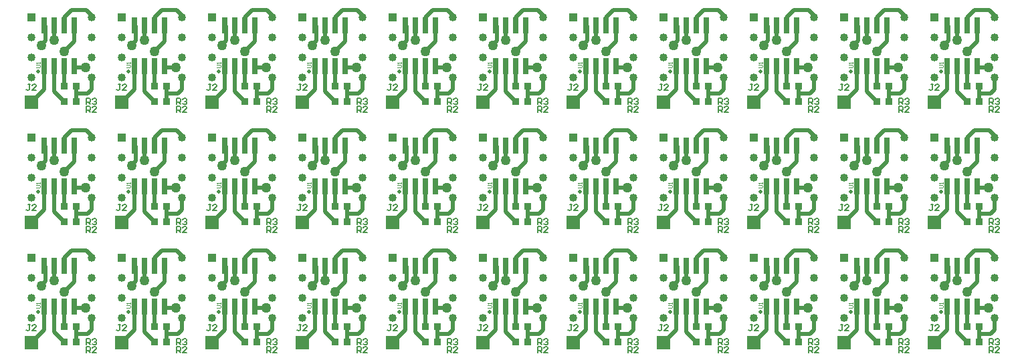
<source format=gtl>
%FSLAX25Y25*%
%MOIN*%
G70*
G01*
G75*
G04 Layer_Physical_Order=1*
G04 Layer_Color=255*
%ADD10R,0.03600X0.03200*%
%ADD11C,0.02000*%
%ADD12R,0.02600X0.08000*%
%ADD13C,0.02000*%
%ADD14C,0.00500*%
%ADD15C,0.00300*%
%ADD16R,0.07000X0.07000*%
%ADD17R,0.04000X0.04000*%
%ADD18C,0.04000*%
%ADD19C,0.05000*%
D10*
X177500Y231500D02*
D03*
X183500D02*
D03*
X177500Y224000D02*
D03*
X183500D02*
D03*
X222500Y231500D02*
D03*
X228500D02*
D03*
X222500Y224000D02*
D03*
X228500D02*
D03*
X267500Y231500D02*
D03*
X273500D02*
D03*
X267500Y224000D02*
D03*
X273500D02*
D03*
X312500Y231500D02*
D03*
X318500D02*
D03*
X312500Y224000D02*
D03*
X318500D02*
D03*
X357500Y231500D02*
D03*
X363500D02*
D03*
X357500Y224000D02*
D03*
X363500D02*
D03*
X402500Y231500D02*
D03*
X408500D02*
D03*
X402500Y224000D02*
D03*
X408500D02*
D03*
X447500Y231500D02*
D03*
X453500D02*
D03*
X447500Y224000D02*
D03*
X453500D02*
D03*
X492500Y231500D02*
D03*
X498500D02*
D03*
X492500Y224000D02*
D03*
X498500D02*
D03*
X537500Y231500D02*
D03*
X543500D02*
D03*
X537500Y224000D02*
D03*
X543500D02*
D03*
X582500Y231500D02*
D03*
X588500D02*
D03*
X582500Y224000D02*
D03*
X588500D02*
D03*
X627500Y231500D02*
D03*
X633500D02*
D03*
X627500Y224000D02*
D03*
X633500D02*
D03*
X177500Y291500D02*
D03*
X183500D02*
D03*
X177500Y284000D02*
D03*
X183500D02*
D03*
X222500Y291500D02*
D03*
X228500D02*
D03*
X222500Y284000D02*
D03*
X228500D02*
D03*
X267500Y291500D02*
D03*
X273500D02*
D03*
X267500Y284000D02*
D03*
X273500D02*
D03*
X312500Y291500D02*
D03*
X318500D02*
D03*
X312500Y284000D02*
D03*
X318500D02*
D03*
X357500Y291500D02*
D03*
X363500D02*
D03*
X357500Y284000D02*
D03*
X363500D02*
D03*
X402500Y291500D02*
D03*
X408500D02*
D03*
X402500Y284000D02*
D03*
X408500D02*
D03*
X447500Y291500D02*
D03*
X453500D02*
D03*
X447500Y284000D02*
D03*
X453500D02*
D03*
X492500Y291500D02*
D03*
X498500D02*
D03*
X492500Y284000D02*
D03*
X498500D02*
D03*
X537500Y291500D02*
D03*
X543500D02*
D03*
X537500Y284000D02*
D03*
X543500D02*
D03*
X582500Y291500D02*
D03*
X588500D02*
D03*
X582500Y284000D02*
D03*
X588500D02*
D03*
X627500Y291500D02*
D03*
X633500D02*
D03*
X627500Y284000D02*
D03*
X633500D02*
D03*
X177500Y351500D02*
D03*
X183500D02*
D03*
X177500Y344000D02*
D03*
X183500D02*
D03*
X222500Y351500D02*
D03*
X228500D02*
D03*
X222500Y344000D02*
D03*
X228500D02*
D03*
X267500Y351500D02*
D03*
X273500D02*
D03*
X267500Y344000D02*
D03*
X273500D02*
D03*
X312500Y351500D02*
D03*
X318500D02*
D03*
X312500Y344000D02*
D03*
X318500D02*
D03*
X357500Y351500D02*
D03*
X363500D02*
D03*
X357500Y344000D02*
D03*
X363500D02*
D03*
X402500Y351500D02*
D03*
X408500D02*
D03*
X402500Y344000D02*
D03*
X408500D02*
D03*
X447500Y351500D02*
D03*
X453500D02*
D03*
X447500Y344000D02*
D03*
X453500D02*
D03*
X492500Y351500D02*
D03*
X498500D02*
D03*
X492500Y344000D02*
D03*
X498500D02*
D03*
X537500Y351500D02*
D03*
X543500D02*
D03*
X537500Y344000D02*
D03*
X543500D02*
D03*
X582500Y351500D02*
D03*
X588500D02*
D03*
X582500Y344000D02*
D03*
X588500D02*
D03*
X627500Y351500D02*
D03*
X633500D02*
D03*
X627500Y344000D02*
D03*
X633500D02*
D03*
D11*
X164500Y239000D02*
D03*
X209500D02*
D03*
X254500D02*
D03*
X299500D02*
D03*
X344500D02*
D03*
X389500D02*
D03*
X434500D02*
D03*
X479500D02*
D03*
X524500D02*
D03*
X569500D02*
D03*
X614500D02*
D03*
X164500Y299000D02*
D03*
X209500D02*
D03*
X254500D02*
D03*
X299500D02*
D03*
X344500D02*
D03*
X389500D02*
D03*
X434500D02*
D03*
X479500D02*
D03*
X524500D02*
D03*
X569500D02*
D03*
X614500D02*
D03*
X164500Y359000D02*
D03*
X209500D02*
D03*
X254500D02*
D03*
X299500D02*
D03*
X344500D02*
D03*
X389500D02*
D03*
X434500D02*
D03*
X479500D02*
D03*
X524500D02*
D03*
X569500D02*
D03*
X614500D02*
D03*
D12*
X177500Y241500D02*
D03*
X172500D02*
D03*
X182500D02*
D03*
X167500D02*
D03*
X182500Y262000D02*
D03*
X167500D02*
D03*
X172500D02*
D03*
X177500D02*
D03*
X222500Y241500D02*
D03*
X217500D02*
D03*
X227500D02*
D03*
X212500D02*
D03*
X227500Y262000D02*
D03*
X212500D02*
D03*
X217500D02*
D03*
X222500D02*
D03*
X267500Y241500D02*
D03*
X262500D02*
D03*
X272500D02*
D03*
X257500D02*
D03*
X272500Y262000D02*
D03*
X257500D02*
D03*
X262500D02*
D03*
X267500D02*
D03*
X312500Y241500D02*
D03*
X307500D02*
D03*
X317500D02*
D03*
X302500D02*
D03*
X317500Y262000D02*
D03*
X302500D02*
D03*
X307500D02*
D03*
X312500D02*
D03*
X357500Y241500D02*
D03*
X352500D02*
D03*
X362500D02*
D03*
X347500D02*
D03*
X362500Y262000D02*
D03*
X347500D02*
D03*
X352500D02*
D03*
X357500D02*
D03*
X402500Y241500D02*
D03*
X397500D02*
D03*
X407500D02*
D03*
X392500D02*
D03*
X407500Y262000D02*
D03*
X392500D02*
D03*
X397500D02*
D03*
X402500D02*
D03*
X447500Y241500D02*
D03*
X442500D02*
D03*
X452500D02*
D03*
X437500D02*
D03*
X452500Y262000D02*
D03*
X437500D02*
D03*
X442500D02*
D03*
X447500D02*
D03*
X492500Y241500D02*
D03*
X487500D02*
D03*
X497500D02*
D03*
X482500D02*
D03*
X497500Y262000D02*
D03*
X482500D02*
D03*
X487500D02*
D03*
X492500D02*
D03*
X537500Y241500D02*
D03*
X532500D02*
D03*
X542500D02*
D03*
X527500D02*
D03*
X542500Y262000D02*
D03*
X527500D02*
D03*
X532500D02*
D03*
X537500D02*
D03*
X582500Y241500D02*
D03*
X577500D02*
D03*
X587500D02*
D03*
X572500D02*
D03*
X587500Y262000D02*
D03*
X572500D02*
D03*
X577500D02*
D03*
X582500D02*
D03*
X627500Y241500D02*
D03*
X622500D02*
D03*
X632500D02*
D03*
X617500D02*
D03*
X632500Y262000D02*
D03*
X617500D02*
D03*
X622500D02*
D03*
X627500D02*
D03*
X177500Y301500D02*
D03*
X172500D02*
D03*
X182500D02*
D03*
X167500D02*
D03*
X182500Y322000D02*
D03*
X167500D02*
D03*
X172500D02*
D03*
X177500D02*
D03*
X222500Y301500D02*
D03*
X217500D02*
D03*
X227500D02*
D03*
X212500D02*
D03*
X227500Y322000D02*
D03*
X212500D02*
D03*
X217500D02*
D03*
X222500D02*
D03*
X267500Y301500D02*
D03*
X262500D02*
D03*
X272500D02*
D03*
X257500D02*
D03*
X272500Y322000D02*
D03*
X257500D02*
D03*
X262500D02*
D03*
X267500D02*
D03*
X312500Y301500D02*
D03*
X307500D02*
D03*
X317500D02*
D03*
X302500D02*
D03*
X317500Y322000D02*
D03*
X302500D02*
D03*
X307500D02*
D03*
X312500D02*
D03*
X357500Y301500D02*
D03*
X352500D02*
D03*
X362500D02*
D03*
X347500D02*
D03*
X362500Y322000D02*
D03*
X347500D02*
D03*
X352500D02*
D03*
X357500D02*
D03*
X402500Y301500D02*
D03*
X397500D02*
D03*
X407500D02*
D03*
X392500D02*
D03*
X407500Y322000D02*
D03*
X392500D02*
D03*
X397500D02*
D03*
X402500D02*
D03*
X447500Y301500D02*
D03*
X442500D02*
D03*
X452500D02*
D03*
X437500D02*
D03*
X452500Y322000D02*
D03*
X437500D02*
D03*
X442500D02*
D03*
X447500D02*
D03*
X492500Y301500D02*
D03*
X487500D02*
D03*
X497500D02*
D03*
X482500D02*
D03*
X497500Y322000D02*
D03*
X482500D02*
D03*
X487500D02*
D03*
X492500D02*
D03*
X537500Y301500D02*
D03*
X532500D02*
D03*
X542500D02*
D03*
X527500D02*
D03*
X542500Y322000D02*
D03*
X527500D02*
D03*
X532500D02*
D03*
X537500D02*
D03*
X582500Y301500D02*
D03*
X577500D02*
D03*
X587500D02*
D03*
X572500D02*
D03*
X587500Y322000D02*
D03*
X572500D02*
D03*
X577500D02*
D03*
X582500D02*
D03*
X627500Y301500D02*
D03*
X622500D02*
D03*
X632500D02*
D03*
X617500D02*
D03*
X632500Y322000D02*
D03*
X617500D02*
D03*
X622500D02*
D03*
X627500D02*
D03*
X177500Y361500D02*
D03*
X172500D02*
D03*
X182500D02*
D03*
X167500D02*
D03*
X182500Y382000D02*
D03*
X167500D02*
D03*
X172500D02*
D03*
X177500D02*
D03*
X222500Y361500D02*
D03*
X217500D02*
D03*
X227500D02*
D03*
X212500D02*
D03*
X227500Y382000D02*
D03*
X212500D02*
D03*
X217500D02*
D03*
X222500D02*
D03*
X267500Y361500D02*
D03*
X262500D02*
D03*
X272500D02*
D03*
X257500D02*
D03*
X272500Y382000D02*
D03*
X257500D02*
D03*
X262500D02*
D03*
X267500D02*
D03*
X312500Y361500D02*
D03*
X307500D02*
D03*
X317500D02*
D03*
X302500D02*
D03*
X317500Y382000D02*
D03*
X302500D02*
D03*
X307500D02*
D03*
X312500D02*
D03*
X357500Y361500D02*
D03*
X352500D02*
D03*
X362500D02*
D03*
X347500D02*
D03*
X362500Y382000D02*
D03*
X347500D02*
D03*
X352500D02*
D03*
X357500D02*
D03*
X402500Y361500D02*
D03*
X397500D02*
D03*
X407500D02*
D03*
X392500D02*
D03*
X407500Y382000D02*
D03*
X392500D02*
D03*
X397500D02*
D03*
X402500D02*
D03*
X447500Y361500D02*
D03*
X442500D02*
D03*
X452500D02*
D03*
X437500D02*
D03*
X452500Y382000D02*
D03*
X437500D02*
D03*
X442500D02*
D03*
X447500D02*
D03*
X492500Y361500D02*
D03*
X487500D02*
D03*
X497500D02*
D03*
X482500D02*
D03*
X497500Y382000D02*
D03*
X482500D02*
D03*
X487500D02*
D03*
X492500D02*
D03*
X537500Y361500D02*
D03*
X532500D02*
D03*
X542500D02*
D03*
X527500D02*
D03*
X542500Y382000D02*
D03*
X527500D02*
D03*
X532500D02*
D03*
X537500D02*
D03*
X582500Y361500D02*
D03*
X577500D02*
D03*
X587500D02*
D03*
X572500D02*
D03*
X587500Y382000D02*
D03*
X572500D02*
D03*
X577500D02*
D03*
X582500D02*
D03*
X627500Y361500D02*
D03*
X622500D02*
D03*
X632500D02*
D03*
X617500D02*
D03*
X632500Y382000D02*
D03*
X617500D02*
D03*
X622500D02*
D03*
X627500D02*
D03*
D13*
X167500Y230000D02*
Y241500D01*
X161000Y223500D02*
X167500Y230000D01*
X182500Y241500D02*
X183000Y241000D01*
X188000D01*
X182500Y254000D02*
Y262000D01*
X177500Y249000D02*
X182500Y254000D01*
X181000Y269500D02*
X188500D01*
X177500Y266000D02*
X181000Y269500D01*
X177500Y262000D02*
Y266000D01*
X188500Y269500D02*
X191000Y267000D01*
Y266000D02*
Y267000D01*
X166000Y252364D02*
X168000Y254364D01*
X166000Y252000D02*
Y252364D01*
X168000Y254364D02*
Y261500D01*
X172500Y254500D02*
Y262000D01*
X167500D02*
X168000Y261500D01*
X172500Y229000D02*
Y241500D01*
Y229000D02*
X177500Y224000D01*
Y231500D02*
Y241500D01*
X191000Y230000D02*
Y236000D01*
X189000Y228000D02*
X191000Y230000D01*
X183500Y228000D02*
X189000D01*
X183500D02*
Y231500D01*
Y224000D02*
Y228000D01*
X212500Y230000D02*
Y241500D01*
X206000Y223500D02*
X212500Y230000D01*
X227500Y241500D02*
X228000Y241000D01*
X233000D01*
X227500Y254000D02*
Y262000D01*
X222500Y249000D02*
X227500Y254000D01*
X226000Y269500D02*
X233500D01*
X222500Y266000D02*
X226000Y269500D01*
X222500Y262000D02*
Y266000D01*
X233500Y269500D02*
X236000Y267000D01*
Y266000D02*
Y267000D01*
X211000Y252364D02*
X213000Y254364D01*
X211000Y252000D02*
Y252364D01*
X213000Y254364D02*
Y261500D01*
X217500Y254500D02*
Y262000D01*
X212500D02*
X213000Y261500D01*
X217500Y229000D02*
Y241500D01*
Y229000D02*
X222500Y224000D01*
Y231500D02*
Y241500D01*
X236000Y230000D02*
Y236000D01*
X234000Y228000D02*
X236000Y230000D01*
X228500Y228000D02*
X234000D01*
X228500D02*
Y231500D01*
Y224000D02*
Y228000D01*
X257500Y230000D02*
Y241500D01*
X251000Y223500D02*
X257500Y230000D01*
X272500Y241500D02*
X273000Y241000D01*
X278000D01*
X272500Y254000D02*
Y262000D01*
X267500Y249000D02*
X272500Y254000D01*
X271000Y269500D02*
X278500D01*
X267500Y266000D02*
X271000Y269500D01*
X267500Y262000D02*
Y266000D01*
X278500Y269500D02*
X281000Y267000D01*
Y266000D02*
Y267000D01*
X256000Y252364D02*
X258000Y254364D01*
X256000Y252000D02*
Y252364D01*
X258000Y254364D02*
Y261500D01*
X262500Y254500D02*
Y262000D01*
X257500D02*
X258000Y261500D01*
X262500Y229000D02*
Y241500D01*
Y229000D02*
X267500Y224000D01*
Y231500D02*
Y241500D01*
X281000Y230000D02*
Y236000D01*
X279000Y228000D02*
X281000Y230000D01*
X273500Y228000D02*
X279000D01*
X273500D02*
Y231500D01*
Y224000D02*
Y228000D01*
X302500Y230000D02*
Y241500D01*
X296000Y223500D02*
X302500Y230000D01*
X317500Y241500D02*
X318000Y241000D01*
X323000D01*
X317500Y254000D02*
Y262000D01*
X312500Y249000D02*
X317500Y254000D01*
X316000Y269500D02*
X323500D01*
X312500Y266000D02*
X316000Y269500D01*
X312500Y262000D02*
Y266000D01*
X323500Y269500D02*
X326000Y267000D01*
Y266000D02*
Y267000D01*
X301000Y252364D02*
X303000Y254364D01*
X301000Y252000D02*
Y252364D01*
X303000Y254364D02*
Y261500D01*
X307500Y254500D02*
Y262000D01*
X302500D02*
X303000Y261500D01*
X307500Y229000D02*
Y241500D01*
Y229000D02*
X312500Y224000D01*
Y231500D02*
Y241500D01*
X326000Y230000D02*
Y236000D01*
X324000Y228000D02*
X326000Y230000D01*
X318500Y228000D02*
X324000D01*
X318500D02*
Y231500D01*
Y224000D02*
Y228000D01*
X347500Y230000D02*
Y241500D01*
X341000Y223500D02*
X347500Y230000D01*
X362500Y241500D02*
X363000Y241000D01*
X368000D01*
X362500Y254000D02*
Y262000D01*
X357500Y249000D02*
X362500Y254000D01*
X361000Y269500D02*
X368500D01*
X357500Y266000D02*
X361000Y269500D01*
X357500Y262000D02*
Y266000D01*
X368500Y269500D02*
X371000Y267000D01*
Y266000D02*
Y267000D01*
X346000Y252364D02*
X348000Y254364D01*
X346000Y252000D02*
Y252364D01*
X348000Y254364D02*
Y261500D01*
X352500Y254500D02*
Y262000D01*
X347500D02*
X348000Y261500D01*
X352500Y229000D02*
Y241500D01*
Y229000D02*
X357500Y224000D01*
Y231500D02*
Y241500D01*
X371000Y230000D02*
Y236000D01*
X369000Y228000D02*
X371000Y230000D01*
X363500Y228000D02*
X369000D01*
X363500D02*
Y231500D01*
Y224000D02*
Y228000D01*
X392500Y230000D02*
Y241500D01*
X386000Y223500D02*
X392500Y230000D01*
X407500Y241500D02*
X408000Y241000D01*
X413000D01*
X407500Y254000D02*
Y262000D01*
X402500Y249000D02*
X407500Y254000D01*
X406000Y269500D02*
X413500D01*
X402500Y266000D02*
X406000Y269500D01*
X402500Y262000D02*
Y266000D01*
X413500Y269500D02*
X416000Y267000D01*
Y266000D02*
Y267000D01*
X391000Y252364D02*
X393000Y254364D01*
X391000Y252000D02*
Y252364D01*
X393000Y254364D02*
Y261500D01*
X397500Y254500D02*
Y262000D01*
X392500D02*
X393000Y261500D01*
X397500Y229000D02*
Y241500D01*
Y229000D02*
X402500Y224000D01*
Y231500D02*
Y241500D01*
X416000Y230000D02*
Y236000D01*
X414000Y228000D02*
X416000Y230000D01*
X408500Y228000D02*
X414000D01*
X408500D02*
Y231500D01*
Y224000D02*
Y228000D01*
X437500Y230000D02*
Y241500D01*
X431000Y223500D02*
X437500Y230000D01*
X452500Y241500D02*
X453000Y241000D01*
X458000D01*
X452500Y254000D02*
Y262000D01*
X447500Y249000D02*
X452500Y254000D01*
X451000Y269500D02*
X458500D01*
X447500Y266000D02*
X451000Y269500D01*
X447500Y262000D02*
Y266000D01*
X458500Y269500D02*
X461000Y267000D01*
Y266000D02*
Y267000D01*
X436000Y252364D02*
X438000Y254364D01*
X436000Y252000D02*
Y252364D01*
X438000Y254364D02*
Y261500D01*
X442500Y254500D02*
Y262000D01*
X437500D02*
X438000Y261500D01*
X442500Y229000D02*
Y241500D01*
Y229000D02*
X447500Y224000D01*
Y231500D02*
Y241500D01*
X461000Y230000D02*
Y236000D01*
X459000Y228000D02*
X461000Y230000D01*
X453500Y228000D02*
X459000D01*
X453500D02*
Y231500D01*
Y224000D02*
Y228000D01*
X482500Y230000D02*
Y241500D01*
X476000Y223500D02*
X482500Y230000D01*
X497500Y241500D02*
X498000Y241000D01*
X503000D01*
X497500Y254000D02*
Y262000D01*
X492500Y249000D02*
X497500Y254000D01*
X496000Y269500D02*
X503500D01*
X492500Y266000D02*
X496000Y269500D01*
X492500Y262000D02*
Y266000D01*
X503500Y269500D02*
X506000Y267000D01*
Y266000D02*
Y267000D01*
X481000Y252364D02*
X483000Y254364D01*
X481000Y252000D02*
Y252364D01*
X483000Y254364D02*
Y261500D01*
X487500Y254500D02*
Y262000D01*
X482500D02*
X483000Y261500D01*
X487500Y229000D02*
Y241500D01*
Y229000D02*
X492500Y224000D01*
Y231500D02*
Y241500D01*
X506000Y230000D02*
Y236000D01*
X504000Y228000D02*
X506000Y230000D01*
X498500Y228000D02*
X504000D01*
X498500D02*
Y231500D01*
Y224000D02*
Y228000D01*
X527500Y230000D02*
Y241500D01*
X521000Y223500D02*
X527500Y230000D01*
X542500Y241500D02*
X543000Y241000D01*
X548000D01*
X542500Y254000D02*
Y262000D01*
X537500Y249000D02*
X542500Y254000D01*
X541000Y269500D02*
X548500D01*
X537500Y266000D02*
X541000Y269500D01*
X537500Y262000D02*
Y266000D01*
X548500Y269500D02*
X551000Y267000D01*
Y266000D02*
Y267000D01*
X526000Y252364D02*
X528000Y254364D01*
X526000Y252000D02*
Y252364D01*
X528000Y254364D02*
Y261500D01*
X532500Y254500D02*
Y262000D01*
X527500D02*
X528000Y261500D01*
X532500Y229000D02*
Y241500D01*
Y229000D02*
X537500Y224000D01*
Y231500D02*
Y241500D01*
X551000Y230000D02*
Y236000D01*
X549000Y228000D02*
X551000Y230000D01*
X543500Y228000D02*
X549000D01*
X543500D02*
Y231500D01*
Y224000D02*
Y228000D01*
X572500Y230000D02*
Y241500D01*
X566000Y223500D02*
X572500Y230000D01*
X587500Y241500D02*
X588000Y241000D01*
X593000D01*
X587500Y254000D02*
Y262000D01*
X582500Y249000D02*
X587500Y254000D01*
X586000Y269500D02*
X593500D01*
X582500Y266000D02*
X586000Y269500D01*
X582500Y262000D02*
Y266000D01*
X593500Y269500D02*
X596000Y267000D01*
Y266000D02*
Y267000D01*
X571000Y252364D02*
X573000Y254364D01*
X571000Y252000D02*
Y252364D01*
X573000Y254364D02*
Y261500D01*
X577500Y254500D02*
Y262000D01*
X572500D02*
X573000Y261500D01*
X577500Y229000D02*
Y241500D01*
Y229000D02*
X582500Y224000D01*
Y231500D02*
Y241500D01*
X596000Y230000D02*
Y236000D01*
X594000Y228000D02*
X596000Y230000D01*
X588500Y228000D02*
X594000D01*
X588500D02*
Y231500D01*
Y224000D02*
Y228000D01*
X617500Y230000D02*
Y241500D01*
X611000Y223500D02*
X617500Y230000D01*
X632500Y241500D02*
X633000Y241000D01*
X638000D01*
X632500Y254000D02*
Y262000D01*
X627500Y249000D02*
X632500Y254000D01*
X631000Y269500D02*
X638500D01*
X627500Y266000D02*
X631000Y269500D01*
X627500Y262000D02*
Y266000D01*
X638500Y269500D02*
X641000Y267000D01*
Y266000D02*
Y267000D01*
X616000Y252364D02*
X618000Y254364D01*
X616000Y252000D02*
Y252364D01*
X618000Y254364D02*
Y261500D01*
X622500Y254500D02*
Y262000D01*
X617500D02*
X618000Y261500D01*
X622500Y229000D02*
Y241500D01*
Y229000D02*
X627500Y224000D01*
Y231500D02*
Y241500D01*
X641000Y230000D02*
Y236000D01*
X639000Y228000D02*
X641000Y230000D01*
X633500Y228000D02*
X639000D01*
X633500D02*
Y231500D01*
Y224000D02*
Y228000D01*
X167500Y290000D02*
Y301500D01*
X161000Y283500D02*
X167500Y290000D01*
X182500Y301500D02*
X183000Y301000D01*
X188000D01*
X182500Y314000D02*
Y322000D01*
X177500Y309000D02*
X182500Y314000D01*
X181000Y329500D02*
X188500D01*
X177500Y326000D02*
X181000Y329500D01*
X177500Y322000D02*
Y326000D01*
X188500Y329500D02*
X191000Y327000D01*
Y326000D02*
Y327000D01*
X166000Y312364D02*
X168000Y314364D01*
X166000Y312000D02*
Y312364D01*
X168000Y314364D02*
Y321500D01*
X172500Y314500D02*
Y322000D01*
X167500D02*
X168000Y321500D01*
X172500Y289000D02*
Y301500D01*
Y289000D02*
X177500Y284000D01*
Y291500D02*
Y301500D01*
X191000Y290000D02*
Y296000D01*
X189000Y288000D02*
X191000Y290000D01*
X183500Y288000D02*
X189000D01*
X183500D02*
Y291500D01*
Y284000D02*
Y288000D01*
X212500Y290000D02*
Y301500D01*
X206000Y283500D02*
X212500Y290000D01*
X227500Y301500D02*
X228000Y301000D01*
X233000D01*
X227500Y314000D02*
Y322000D01*
X222500Y309000D02*
X227500Y314000D01*
X226000Y329500D02*
X233500D01*
X222500Y326000D02*
X226000Y329500D01*
X222500Y322000D02*
Y326000D01*
X233500Y329500D02*
X236000Y327000D01*
Y326000D02*
Y327000D01*
X211000Y312364D02*
X213000Y314364D01*
X211000Y312000D02*
Y312364D01*
X213000Y314364D02*
Y321500D01*
X217500Y314500D02*
Y322000D01*
X212500D02*
X213000Y321500D01*
X217500Y289000D02*
Y301500D01*
Y289000D02*
X222500Y284000D01*
Y291500D02*
Y301500D01*
X236000Y290000D02*
Y296000D01*
X234000Y288000D02*
X236000Y290000D01*
X228500Y288000D02*
X234000D01*
X228500D02*
Y291500D01*
Y284000D02*
Y288000D01*
X257500Y290000D02*
Y301500D01*
X251000Y283500D02*
X257500Y290000D01*
X272500Y301500D02*
X273000Y301000D01*
X278000D01*
X272500Y314000D02*
Y322000D01*
X267500Y309000D02*
X272500Y314000D01*
X271000Y329500D02*
X278500D01*
X267500Y326000D02*
X271000Y329500D01*
X267500Y322000D02*
Y326000D01*
X278500Y329500D02*
X281000Y327000D01*
Y326000D02*
Y327000D01*
X256000Y312364D02*
X258000Y314364D01*
X256000Y312000D02*
Y312364D01*
X258000Y314364D02*
Y321500D01*
X262500Y314500D02*
Y322000D01*
X257500D02*
X258000Y321500D01*
X262500Y289000D02*
Y301500D01*
Y289000D02*
X267500Y284000D01*
Y291500D02*
Y301500D01*
X281000Y290000D02*
Y296000D01*
X279000Y288000D02*
X281000Y290000D01*
X273500Y288000D02*
X279000D01*
X273500D02*
Y291500D01*
Y284000D02*
Y288000D01*
X302500Y290000D02*
Y301500D01*
X296000Y283500D02*
X302500Y290000D01*
X317500Y301500D02*
X318000Y301000D01*
X323000D01*
X317500Y314000D02*
Y322000D01*
X312500Y309000D02*
X317500Y314000D01*
X316000Y329500D02*
X323500D01*
X312500Y326000D02*
X316000Y329500D01*
X312500Y322000D02*
Y326000D01*
X323500Y329500D02*
X326000Y327000D01*
Y326000D02*
Y327000D01*
X301000Y312364D02*
X303000Y314364D01*
X301000Y312000D02*
Y312364D01*
X303000Y314364D02*
Y321500D01*
X307500Y314500D02*
Y322000D01*
X302500D02*
X303000Y321500D01*
X307500Y289000D02*
Y301500D01*
Y289000D02*
X312500Y284000D01*
Y291500D02*
Y301500D01*
X326000Y290000D02*
Y296000D01*
X324000Y288000D02*
X326000Y290000D01*
X318500Y288000D02*
X324000D01*
X318500D02*
Y291500D01*
Y284000D02*
Y288000D01*
X347500Y290000D02*
Y301500D01*
X341000Y283500D02*
X347500Y290000D01*
X362500Y301500D02*
X363000Y301000D01*
X368000D01*
X362500Y314000D02*
Y322000D01*
X357500Y309000D02*
X362500Y314000D01*
X361000Y329500D02*
X368500D01*
X357500Y326000D02*
X361000Y329500D01*
X357500Y322000D02*
Y326000D01*
X368500Y329500D02*
X371000Y327000D01*
Y326000D02*
Y327000D01*
X346000Y312364D02*
X348000Y314364D01*
X346000Y312000D02*
Y312364D01*
X348000Y314364D02*
Y321500D01*
X352500Y314500D02*
Y322000D01*
X347500D02*
X348000Y321500D01*
X352500Y289000D02*
Y301500D01*
Y289000D02*
X357500Y284000D01*
Y291500D02*
Y301500D01*
X371000Y290000D02*
Y296000D01*
X369000Y288000D02*
X371000Y290000D01*
X363500Y288000D02*
X369000D01*
X363500D02*
Y291500D01*
Y284000D02*
Y288000D01*
X392500Y290000D02*
Y301500D01*
X386000Y283500D02*
X392500Y290000D01*
X407500Y301500D02*
X408000Y301000D01*
X413000D01*
X407500Y314000D02*
Y322000D01*
X402500Y309000D02*
X407500Y314000D01*
X406000Y329500D02*
X413500D01*
X402500Y326000D02*
X406000Y329500D01*
X402500Y322000D02*
Y326000D01*
X413500Y329500D02*
X416000Y327000D01*
Y326000D02*
Y327000D01*
X391000Y312364D02*
X393000Y314364D01*
X391000Y312000D02*
Y312364D01*
X393000Y314364D02*
Y321500D01*
X397500Y314500D02*
Y322000D01*
X392500D02*
X393000Y321500D01*
X397500Y289000D02*
Y301500D01*
Y289000D02*
X402500Y284000D01*
Y291500D02*
Y301500D01*
X416000Y290000D02*
Y296000D01*
X414000Y288000D02*
X416000Y290000D01*
X408500Y288000D02*
X414000D01*
X408500D02*
Y291500D01*
Y284000D02*
Y288000D01*
X437500Y290000D02*
Y301500D01*
X431000Y283500D02*
X437500Y290000D01*
X452500Y301500D02*
X453000Y301000D01*
X458000D01*
X452500Y314000D02*
Y322000D01*
X447500Y309000D02*
X452500Y314000D01*
X451000Y329500D02*
X458500D01*
X447500Y326000D02*
X451000Y329500D01*
X447500Y322000D02*
Y326000D01*
X458500Y329500D02*
X461000Y327000D01*
Y326000D02*
Y327000D01*
X436000Y312364D02*
X438000Y314364D01*
X436000Y312000D02*
Y312364D01*
X438000Y314364D02*
Y321500D01*
X442500Y314500D02*
Y322000D01*
X437500D02*
X438000Y321500D01*
X442500Y289000D02*
Y301500D01*
Y289000D02*
X447500Y284000D01*
Y291500D02*
Y301500D01*
X461000Y290000D02*
Y296000D01*
X459000Y288000D02*
X461000Y290000D01*
X453500Y288000D02*
X459000D01*
X453500D02*
Y291500D01*
Y284000D02*
Y288000D01*
X482500Y290000D02*
Y301500D01*
X476000Y283500D02*
X482500Y290000D01*
X497500Y301500D02*
X498000Y301000D01*
X503000D01*
X497500Y314000D02*
Y322000D01*
X492500Y309000D02*
X497500Y314000D01*
X496000Y329500D02*
X503500D01*
X492500Y326000D02*
X496000Y329500D01*
X492500Y322000D02*
Y326000D01*
X503500Y329500D02*
X506000Y327000D01*
Y326000D02*
Y327000D01*
X481000Y312364D02*
X483000Y314364D01*
X481000Y312000D02*
Y312364D01*
X483000Y314364D02*
Y321500D01*
X487500Y314500D02*
Y322000D01*
X482500D02*
X483000Y321500D01*
X487500Y289000D02*
Y301500D01*
Y289000D02*
X492500Y284000D01*
Y291500D02*
Y301500D01*
X506000Y290000D02*
Y296000D01*
X504000Y288000D02*
X506000Y290000D01*
X498500Y288000D02*
X504000D01*
X498500D02*
Y291500D01*
Y284000D02*
Y288000D01*
X527500Y290000D02*
Y301500D01*
X521000Y283500D02*
X527500Y290000D01*
X542500Y301500D02*
X543000Y301000D01*
X548000D01*
X542500Y314000D02*
Y322000D01*
X537500Y309000D02*
X542500Y314000D01*
X541000Y329500D02*
X548500D01*
X537500Y326000D02*
X541000Y329500D01*
X537500Y322000D02*
Y326000D01*
X548500Y329500D02*
X551000Y327000D01*
Y326000D02*
Y327000D01*
X526000Y312364D02*
X528000Y314364D01*
X526000Y312000D02*
Y312364D01*
X528000Y314364D02*
Y321500D01*
X532500Y314500D02*
Y322000D01*
X527500D02*
X528000Y321500D01*
X532500Y289000D02*
Y301500D01*
Y289000D02*
X537500Y284000D01*
Y291500D02*
Y301500D01*
X551000Y290000D02*
Y296000D01*
X549000Y288000D02*
X551000Y290000D01*
X543500Y288000D02*
X549000D01*
X543500D02*
Y291500D01*
Y284000D02*
Y288000D01*
X572500Y290000D02*
Y301500D01*
X566000Y283500D02*
X572500Y290000D01*
X587500Y301500D02*
X588000Y301000D01*
X593000D01*
X587500Y314000D02*
Y322000D01*
X582500Y309000D02*
X587500Y314000D01*
X586000Y329500D02*
X593500D01*
X582500Y326000D02*
X586000Y329500D01*
X582500Y322000D02*
Y326000D01*
X593500Y329500D02*
X596000Y327000D01*
Y326000D02*
Y327000D01*
X571000Y312364D02*
X573000Y314364D01*
X571000Y312000D02*
Y312364D01*
X573000Y314364D02*
Y321500D01*
X577500Y314500D02*
Y322000D01*
X572500D02*
X573000Y321500D01*
X577500Y289000D02*
Y301500D01*
Y289000D02*
X582500Y284000D01*
Y291500D02*
Y301500D01*
X596000Y290000D02*
Y296000D01*
X594000Y288000D02*
X596000Y290000D01*
X588500Y288000D02*
X594000D01*
X588500D02*
Y291500D01*
Y284000D02*
Y288000D01*
X617500Y290000D02*
Y301500D01*
X611000Y283500D02*
X617500Y290000D01*
X632500Y301500D02*
X633000Y301000D01*
X638000D01*
X632500Y314000D02*
Y322000D01*
X627500Y309000D02*
X632500Y314000D01*
X631000Y329500D02*
X638500D01*
X627500Y326000D02*
X631000Y329500D01*
X627500Y322000D02*
Y326000D01*
X638500Y329500D02*
X641000Y327000D01*
Y326000D02*
Y327000D01*
X616000Y312364D02*
X618000Y314364D01*
X616000Y312000D02*
Y312364D01*
X618000Y314364D02*
Y321500D01*
X622500Y314500D02*
Y322000D01*
X617500D02*
X618000Y321500D01*
X622500Y289000D02*
Y301500D01*
Y289000D02*
X627500Y284000D01*
Y291500D02*
Y301500D01*
X641000Y290000D02*
Y296000D01*
X639000Y288000D02*
X641000Y290000D01*
X633500Y288000D02*
X639000D01*
X633500D02*
Y291500D01*
Y284000D02*
Y288000D01*
X167500Y350000D02*
Y361500D01*
X161000Y343500D02*
X167500Y350000D01*
X182500Y361500D02*
X183000Y361000D01*
X188000D01*
X182500Y374000D02*
Y382000D01*
X177500Y369000D02*
X182500Y374000D01*
X181000Y389500D02*
X188500D01*
X177500Y386000D02*
X181000Y389500D01*
X177500Y382000D02*
Y386000D01*
X188500Y389500D02*
X191000Y387000D01*
Y386000D02*
Y387000D01*
X166000Y372364D02*
X168000Y374364D01*
X166000Y372000D02*
Y372364D01*
X168000Y374364D02*
Y381500D01*
X172500Y374500D02*
Y382000D01*
X167500D02*
X168000Y381500D01*
X172500Y349000D02*
Y361500D01*
Y349000D02*
X177500Y344000D01*
Y351500D02*
Y361500D01*
X191000Y350000D02*
Y356000D01*
X189000Y348000D02*
X191000Y350000D01*
X183500Y348000D02*
X189000D01*
X183500D02*
Y351500D01*
Y344000D02*
Y348000D01*
X212500Y350000D02*
Y361500D01*
X206000Y343500D02*
X212500Y350000D01*
X227500Y361500D02*
X228000Y361000D01*
X233000D01*
X227500Y374000D02*
Y382000D01*
X222500Y369000D02*
X227500Y374000D01*
X226000Y389500D02*
X233500D01*
X222500Y386000D02*
X226000Y389500D01*
X222500Y382000D02*
Y386000D01*
X233500Y389500D02*
X236000Y387000D01*
Y386000D02*
Y387000D01*
X211000Y372364D02*
X213000Y374364D01*
X211000Y372000D02*
Y372364D01*
X213000Y374364D02*
Y381500D01*
X217500Y374500D02*
Y382000D01*
X212500D02*
X213000Y381500D01*
X217500Y349000D02*
Y361500D01*
Y349000D02*
X222500Y344000D01*
Y351500D02*
Y361500D01*
X236000Y350000D02*
Y356000D01*
X234000Y348000D02*
X236000Y350000D01*
X228500Y348000D02*
X234000D01*
X228500D02*
Y351500D01*
Y344000D02*
Y348000D01*
X257500Y350000D02*
Y361500D01*
X251000Y343500D02*
X257500Y350000D01*
X272500Y361500D02*
X273000Y361000D01*
X278000D01*
X272500Y374000D02*
Y382000D01*
X267500Y369000D02*
X272500Y374000D01*
X271000Y389500D02*
X278500D01*
X267500Y386000D02*
X271000Y389500D01*
X267500Y382000D02*
Y386000D01*
X278500Y389500D02*
X281000Y387000D01*
Y386000D02*
Y387000D01*
X256000Y372364D02*
X258000Y374364D01*
X256000Y372000D02*
Y372364D01*
X258000Y374364D02*
Y381500D01*
X262500Y374500D02*
Y382000D01*
X257500D02*
X258000Y381500D01*
X262500Y349000D02*
Y361500D01*
Y349000D02*
X267500Y344000D01*
Y351500D02*
Y361500D01*
X281000Y350000D02*
Y356000D01*
X279000Y348000D02*
X281000Y350000D01*
X273500Y348000D02*
X279000D01*
X273500D02*
Y351500D01*
Y344000D02*
Y348000D01*
X302500Y350000D02*
Y361500D01*
X296000Y343500D02*
X302500Y350000D01*
X317500Y361500D02*
X318000Y361000D01*
X323000D01*
X317500Y374000D02*
Y382000D01*
X312500Y369000D02*
X317500Y374000D01*
X316000Y389500D02*
X323500D01*
X312500Y386000D02*
X316000Y389500D01*
X312500Y382000D02*
Y386000D01*
X323500Y389500D02*
X326000Y387000D01*
Y386000D02*
Y387000D01*
X301000Y372364D02*
X303000Y374364D01*
X301000Y372000D02*
Y372364D01*
X303000Y374364D02*
Y381500D01*
X307500Y374500D02*
Y382000D01*
X302500D02*
X303000Y381500D01*
X307500Y349000D02*
Y361500D01*
Y349000D02*
X312500Y344000D01*
Y351500D02*
Y361500D01*
X326000Y350000D02*
Y356000D01*
X324000Y348000D02*
X326000Y350000D01*
X318500Y348000D02*
X324000D01*
X318500D02*
Y351500D01*
Y344000D02*
Y348000D01*
X347500Y350000D02*
Y361500D01*
X341000Y343500D02*
X347500Y350000D01*
X362500Y361500D02*
X363000Y361000D01*
X368000D01*
X362500Y374000D02*
Y382000D01*
X357500Y369000D02*
X362500Y374000D01*
X361000Y389500D02*
X368500D01*
X357500Y386000D02*
X361000Y389500D01*
X357500Y382000D02*
Y386000D01*
X368500Y389500D02*
X371000Y387000D01*
Y386000D02*
Y387000D01*
X346000Y372364D02*
X348000Y374364D01*
X346000Y372000D02*
Y372364D01*
X348000Y374364D02*
Y381500D01*
X352500Y374500D02*
Y382000D01*
X347500D02*
X348000Y381500D01*
X352500Y349000D02*
Y361500D01*
Y349000D02*
X357500Y344000D01*
Y351500D02*
Y361500D01*
X371000Y350000D02*
Y356000D01*
X369000Y348000D02*
X371000Y350000D01*
X363500Y348000D02*
X369000D01*
X363500D02*
Y351500D01*
Y344000D02*
Y348000D01*
X392500Y350000D02*
Y361500D01*
X386000Y343500D02*
X392500Y350000D01*
X407500Y361500D02*
X408000Y361000D01*
X413000D01*
X407500Y374000D02*
Y382000D01*
X402500Y369000D02*
X407500Y374000D01*
X406000Y389500D02*
X413500D01*
X402500Y386000D02*
X406000Y389500D01*
X402500Y382000D02*
Y386000D01*
X413500Y389500D02*
X416000Y387000D01*
Y386000D02*
Y387000D01*
X391000Y372364D02*
X393000Y374364D01*
X391000Y372000D02*
Y372364D01*
X393000Y374364D02*
Y381500D01*
X397500Y374500D02*
Y382000D01*
X392500D02*
X393000Y381500D01*
X397500Y349000D02*
Y361500D01*
Y349000D02*
X402500Y344000D01*
Y351500D02*
Y361500D01*
X416000Y350000D02*
Y356000D01*
X414000Y348000D02*
X416000Y350000D01*
X408500Y348000D02*
X414000D01*
X408500D02*
Y351500D01*
Y344000D02*
Y348000D01*
X437500Y350000D02*
Y361500D01*
X431000Y343500D02*
X437500Y350000D01*
X452500Y361500D02*
X453000Y361000D01*
X458000D01*
X452500Y374000D02*
Y382000D01*
X447500Y369000D02*
X452500Y374000D01*
X451000Y389500D02*
X458500D01*
X447500Y386000D02*
X451000Y389500D01*
X447500Y382000D02*
Y386000D01*
X458500Y389500D02*
X461000Y387000D01*
Y386000D02*
Y387000D01*
X436000Y372364D02*
X438000Y374364D01*
X436000Y372000D02*
Y372364D01*
X438000Y374364D02*
Y381500D01*
X442500Y374500D02*
Y382000D01*
X437500D02*
X438000Y381500D01*
X442500Y349000D02*
Y361500D01*
Y349000D02*
X447500Y344000D01*
Y351500D02*
Y361500D01*
X461000Y350000D02*
Y356000D01*
X459000Y348000D02*
X461000Y350000D01*
X453500Y348000D02*
X459000D01*
X453500D02*
Y351500D01*
Y344000D02*
Y348000D01*
X482500Y350000D02*
Y361500D01*
X476000Y343500D02*
X482500Y350000D01*
X497500Y361500D02*
X498000Y361000D01*
X503000D01*
X497500Y374000D02*
Y382000D01*
X492500Y369000D02*
X497500Y374000D01*
X496000Y389500D02*
X503500D01*
X492500Y386000D02*
X496000Y389500D01*
X492500Y382000D02*
Y386000D01*
X503500Y389500D02*
X506000Y387000D01*
Y386000D02*
Y387000D01*
X481000Y372364D02*
X483000Y374364D01*
X481000Y372000D02*
Y372364D01*
X483000Y374364D02*
Y381500D01*
X487500Y374500D02*
Y382000D01*
X482500D02*
X483000Y381500D01*
X487500Y349000D02*
Y361500D01*
Y349000D02*
X492500Y344000D01*
Y351500D02*
Y361500D01*
X506000Y350000D02*
Y356000D01*
X504000Y348000D02*
X506000Y350000D01*
X498500Y348000D02*
X504000D01*
X498500D02*
Y351500D01*
Y344000D02*
Y348000D01*
X527500Y350000D02*
Y361500D01*
X521000Y343500D02*
X527500Y350000D01*
X542500Y361500D02*
X543000Y361000D01*
X548000D01*
X542500Y374000D02*
Y382000D01*
X537500Y369000D02*
X542500Y374000D01*
X541000Y389500D02*
X548500D01*
X537500Y386000D02*
X541000Y389500D01*
X537500Y382000D02*
Y386000D01*
X548500Y389500D02*
X551000Y387000D01*
Y386000D02*
Y387000D01*
X526000Y372364D02*
X528000Y374364D01*
X526000Y372000D02*
Y372364D01*
X528000Y374364D02*
Y381500D01*
X532500Y374500D02*
Y382000D01*
X527500D02*
X528000Y381500D01*
X532500Y349000D02*
Y361500D01*
Y349000D02*
X537500Y344000D01*
Y351500D02*
Y361500D01*
X551000Y350000D02*
Y356000D01*
X549000Y348000D02*
X551000Y350000D01*
X543500Y348000D02*
X549000D01*
X543500D02*
Y351500D01*
Y344000D02*
Y348000D01*
X572500Y350000D02*
Y361500D01*
X566000Y343500D02*
X572500Y350000D01*
X587500Y361500D02*
X588000Y361000D01*
X593000D01*
X587500Y374000D02*
Y382000D01*
X582500Y369000D02*
X587500Y374000D01*
X586000Y389500D02*
X593500D01*
X582500Y386000D02*
X586000Y389500D01*
X582500Y382000D02*
Y386000D01*
X593500Y389500D02*
X596000Y387000D01*
Y386000D02*
Y387000D01*
X571000Y372364D02*
X573000Y374364D01*
X571000Y372000D02*
Y372364D01*
X573000Y374364D02*
Y381500D01*
X577500Y374500D02*
Y382000D01*
X572500D02*
X573000Y381500D01*
X577500Y349000D02*
Y361500D01*
Y349000D02*
X582500Y344000D01*
Y351500D02*
Y361500D01*
X596000Y350000D02*
Y356000D01*
X594000Y348000D02*
X596000Y350000D01*
X588500Y348000D02*
X594000D01*
X588500D02*
Y351500D01*
Y344000D02*
Y348000D01*
X617500Y350000D02*
Y361500D01*
X611000Y343500D02*
X617500Y350000D01*
X632500Y361500D02*
X633000Y361000D01*
X638000D01*
X632500Y374000D02*
Y382000D01*
X627500Y369000D02*
X632500Y374000D01*
X631000Y389500D02*
X638500D01*
X627500Y386000D02*
X631000Y389500D01*
X627500Y382000D02*
Y386000D01*
X638500Y389500D02*
X641000Y387000D01*
Y386000D02*
Y387000D01*
X616000Y372364D02*
X618000Y374364D01*
X616000Y372000D02*
Y372364D01*
X618000Y374364D02*
Y381500D01*
X622500Y374500D02*
Y382000D01*
X617500D02*
X618000Y381500D01*
X622500Y349000D02*
Y361500D01*
Y349000D02*
X627500Y344000D01*
Y351500D02*
Y361500D01*
X641000Y350000D02*
Y356000D01*
X639000Y348000D02*
X641000Y350000D01*
X633500Y348000D02*
X639000D01*
X633500D02*
Y351500D01*
Y344000D02*
Y348000D01*
D14*
X160499Y232499D02*
X159500D01*
X160000D01*
Y230000D01*
X159500Y229500D01*
X159000D01*
X158500Y230000D01*
X163498Y229500D02*
X161499D01*
X163498Y231499D01*
Y231999D01*
X162999Y232499D01*
X161999D01*
X161499Y231999D01*
X188500Y222500D02*
Y225499D01*
X189999D01*
X190499Y224999D01*
Y224000D01*
X189999Y223500D01*
X188500D01*
X189500D02*
X190499Y222500D01*
X191499Y224999D02*
X191999Y225499D01*
X192999D01*
X193498Y224999D01*
Y224499D01*
X192999Y224000D01*
X192499D01*
X192999D01*
X193498Y223500D01*
Y223000D01*
X192999Y222500D01*
X191999D01*
X191499Y223000D01*
X188500Y218500D02*
Y221499D01*
X189999D01*
X190499Y220999D01*
Y220000D01*
X189999Y219500D01*
X188500D01*
X189500D02*
X190499Y218500D01*
X193498D02*
X191499D01*
X193498Y220499D01*
Y220999D01*
X192999Y221499D01*
X191999D01*
X191499Y220999D01*
X205499Y232499D02*
X204500D01*
X204999D01*
Y230000D01*
X204500Y229500D01*
X204000D01*
X203500Y230000D01*
X208498Y229500D02*
X206499D01*
X208498Y231499D01*
Y231999D01*
X207998Y232499D01*
X206999D01*
X206499Y231999D01*
X233500Y222500D02*
Y225499D01*
X234999D01*
X235499Y224999D01*
Y224000D01*
X234999Y223500D01*
X233500D01*
X234500D02*
X235499Y222500D01*
X236499Y224999D02*
X236999Y225499D01*
X237999D01*
X238498Y224999D01*
Y224499D01*
X237999Y224000D01*
X237499D01*
X237999D01*
X238498Y223500D01*
Y223000D01*
X237999Y222500D01*
X236999D01*
X236499Y223000D01*
X233500Y218500D02*
Y221499D01*
X234999D01*
X235499Y220999D01*
Y220000D01*
X234999Y219500D01*
X233500D01*
X234500D02*
X235499Y218500D01*
X238498D02*
X236499D01*
X238498Y220499D01*
Y220999D01*
X237999Y221499D01*
X236999D01*
X236499Y220999D01*
X250499Y232499D02*
X249500D01*
X249999D01*
Y230000D01*
X249500Y229500D01*
X249000D01*
X248500Y230000D01*
X253498Y229500D02*
X251499D01*
X253498Y231499D01*
Y231999D01*
X252998Y232499D01*
X251999D01*
X251499Y231999D01*
X278500Y222500D02*
Y225499D01*
X279999D01*
X280499Y224999D01*
Y224000D01*
X279999Y223500D01*
X278500D01*
X279500D02*
X280499Y222500D01*
X281499Y224999D02*
X281999Y225499D01*
X282998D01*
X283498Y224999D01*
Y224499D01*
X282998Y224000D01*
X282499D01*
X282998D01*
X283498Y223500D01*
Y223000D01*
X282998Y222500D01*
X281999D01*
X281499Y223000D01*
X278500Y218500D02*
Y221499D01*
X279999D01*
X280499Y220999D01*
Y220000D01*
X279999Y219500D01*
X278500D01*
X279500D02*
X280499Y218500D01*
X283498D02*
X281499D01*
X283498Y220499D01*
Y220999D01*
X282998Y221499D01*
X281999D01*
X281499Y220999D01*
X295499Y232499D02*
X294500D01*
X295000D01*
Y230000D01*
X294500Y229500D01*
X294000D01*
X293500Y230000D01*
X298498Y229500D02*
X296499D01*
X298498Y231499D01*
Y231999D01*
X297998Y232499D01*
X296999D01*
X296499Y231999D01*
X323500Y222500D02*
Y225499D01*
X324999D01*
X325499Y224999D01*
Y224000D01*
X324999Y223500D01*
X323500D01*
X324500D02*
X325499Y222500D01*
X326499Y224999D02*
X326999Y225499D01*
X327998D01*
X328498Y224999D01*
Y224499D01*
X327998Y224000D01*
X327499D01*
X327998D01*
X328498Y223500D01*
Y223000D01*
X327998Y222500D01*
X326999D01*
X326499Y223000D01*
X323500Y218500D02*
Y221499D01*
X324999D01*
X325499Y220999D01*
Y220000D01*
X324999Y219500D01*
X323500D01*
X324500D02*
X325499Y218500D01*
X328498D02*
X326499D01*
X328498Y220499D01*
Y220999D01*
X327998Y221499D01*
X326999D01*
X326499Y220999D01*
X340499Y232499D02*
X339500D01*
X340000D01*
Y230000D01*
X339500Y229500D01*
X339000D01*
X338500Y230000D01*
X343498Y229500D02*
X341499D01*
X343498Y231499D01*
Y231999D01*
X342999Y232499D01*
X341999D01*
X341499Y231999D01*
X368500Y222500D02*
Y225499D01*
X370000D01*
X370499Y224999D01*
Y224000D01*
X370000Y223500D01*
X368500D01*
X369500D02*
X370499Y222500D01*
X371499Y224999D02*
X371999Y225499D01*
X372998D01*
X373498Y224999D01*
Y224499D01*
X372998Y224000D01*
X372499D01*
X372998D01*
X373498Y223500D01*
Y223000D01*
X372998Y222500D01*
X371999D01*
X371499Y223000D01*
X368500Y218500D02*
Y221499D01*
X370000D01*
X370499Y220999D01*
Y220000D01*
X370000Y219500D01*
X368500D01*
X369500D02*
X370499Y218500D01*
X373498D02*
X371499D01*
X373498Y220499D01*
Y220999D01*
X372998Y221499D01*
X371999D01*
X371499Y220999D01*
X385499Y232499D02*
X384500D01*
X384999D01*
Y230000D01*
X384500Y229500D01*
X384000D01*
X383500Y230000D01*
X388498Y229500D02*
X386499D01*
X388498Y231499D01*
Y231999D01*
X387999Y232499D01*
X386999D01*
X386499Y231999D01*
X413500Y222500D02*
Y225499D01*
X414999D01*
X415499Y224999D01*
Y224000D01*
X414999Y223500D01*
X413500D01*
X414500D02*
X415499Y222500D01*
X416499Y224999D02*
X416999Y225499D01*
X417999D01*
X418498Y224999D01*
Y224499D01*
X417999Y224000D01*
X417499D01*
X417999D01*
X418498Y223500D01*
Y223000D01*
X417999Y222500D01*
X416999D01*
X416499Y223000D01*
X413500Y218500D02*
Y221499D01*
X414999D01*
X415499Y220999D01*
Y220000D01*
X414999Y219500D01*
X413500D01*
X414500D02*
X415499Y218500D01*
X418498D02*
X416499D01*
X418498Y220499D01*
Y220999D01*
X417999Y221499D01*
X416999D01*
X416499Y220999D01*
X430499Y232499D02*
X429500D01*
X429999D01*
Y230000D01*
X429500Y229500D01*
X429000D01*
X428500Y230000D01*
X433498Y229500D02*
X431499D01*
X433498Y231499D01*
Y231999D01*
X432999Y232499D01*
X431999D01*
X431499Y231999D01*
X458500Y222500D02*
Y225499D01*
X460000D01*
X460499Y224999D01*
Y224000D01*
X460000Y223500D01*
X458500D01*
X459500D02*
X460499Y222500D01*
X461499Y224999D02*
X461999Y225499D01*
X462998D01*
X463498Y224999D01*
Y224499D01*
X462998Y224000D01*
X462499D01*
X462998D01*
X463498Y223500D01*
Y223000D01*
X462998Y222500D01*
X461999D01*
X461499Y223000D01*
X458500Y218500D02*
Y221499D01*
X460000D01*
X460499Y220999D01*
Y220000D01*
X460000Y219500D01*
X458500D01*
X459500D02*
X460499Y218500D01*
X463498D02*
X461499D01*
X463498Y220499D01*
Y220999D01*
X462998Y221499D01*
X461999D01*
X461499Y220999D01*
X475499Y232499D02*
X474500D01*
X475000D01*
Y230000D01*
X474500Y229500D01*
X474000D01*
X473500Y230000D01*
X478498Y229500D02*
X476499D01*
X478498Y231499D01*
Y231999D01*
X477998Y232499D01*
X476999D01*
X476499Y231999D01*
X503500Y222500D02*
Y225499D01*
X504999D01*
X505499Y224999D01*
Y224000D01*
X504999Y223500D01*
X503500D01*
X504500D02*
X505499Y222500D01*
X506499Y224999D02*
X506999Y225499D01*
X507999D01*
X508498Y224999D01*
Y224499D01*
X507999Y224000D01*
X507499D01*
X507999D01*
X508498Y223500D01*
Y223000D01*
X507999Y222500D01*
X506999D01*
X506499Y223000D01*
X503500Y218500D02*
Y221499D01*
X504999D01*
X505499Y220999D01*
Y220000D01*
X504999Y219500D01*
X503500D01*
X504500D02*
X505499Y218500D01*
X508498D02*
X506499D01*
X508498Y220499D01*
Y220999D01*
X507999Y221499D01*
X506999D01*
X506499Y220999D01*
X520499Y232499D02*
X519500D01*
X520000D01*
Y230000D01*
X519500Y229500D01*
X519000D01*
X518500Y230000D01*
X523498Y229500D02*
X521499D01*
X523498Y231499D01*
Y231999D01*
X522999Y232499D01*
X521999D01*
X521499Y231999D01*
X548500Y222500D02*
Y225499D01*
X550000D01*
X550499Y224999D01*
Y224000D01*
X550000Y223500D01*
X548500D01*
X549500D02*
X550499Y222500D01*
X551499Y224999D02*
X551999Y225499D01*
X552998D01*
X553498Y224999D01*
Y224499D01*
X552998Y224000D01*
X552499D01*
X552998D01*
X553498Y223500D01*
Y223000D01*
X552998Y222500D01*
X551999D01*
X551499Y223000D01*
X548500Y218500D02*
Y221499D01*
X550000D01*
X550499Y220999D01*
Y220000D01*
X550000Y219500D01*
X548500D01*
X549500D02*
X550499Y218500D01*
X553498D02*
X551499D01*
X553498Y220499D01*
Y220999D01*
X552998Y221499D01*
X551999D01*
X551499Y220999D01*
X565499Y232499D02*
X564500D01*
X564999D01*
Y230000D01*
X564500Y229500D01*
X564000D01*
X563500Y230000D01*
X568498Y229500D02*
X566499D01*
X568498Y231499D01*
Y231999D01*
X567999Y232499D01*
X566999D01*
X566499Y231999D01*
X593500Y222500D02*
Y225499D01*
X595000D01*
X595499Y224999D01*
Y224000D01*
X595000Y223500D01*
X593500D01*
X594500D02*
X595499Y222500D01*
X596499Y224999D02*
X596999Y225499D01*
X597999D01*
X598498Y224999D01*
Y224499D01*
X597999Y224000D01*
X597499D01*
X597999D01*
X598498Y223500D01*
Y223000D01*
X597999Y222500D01*
X596999D01*
X596499Y223000D01*
X593500Y218500D02*
Y221499D01*
X595000D01*
X595499Y220999D01*
Y220000D01*
X595000Y219500D01*
X593500D01*
X594500D02*
X595499Y218500D01*
X598498D02*
X596499D01*
X598498Y220499D01*
Y220999D01*
X597999Y221499D01*
X596999D01*
X596499Y220999D01*
X610499Y232499D02*
X609500D01*
X610000D01*
Y230000D01*
X609500Y229500D01*
X609000D01*
X608500Y230000D01*
X613498Y229500D02*
X611499D01*
X613498Y231499D01*
Y231999D01*
X612998Y232499D01*
X611999D01*
X611499Y231999D01*
X638500Y222500D02*
Y225499D01*
X639999D01*
X640499Y224999D01*
Y224000D01*
X639999Y223500D01*
X638500D01*
X639500D02*
X640499Y222500D01*
X641499Y224999D02*
X641999Y225499D01*
X642999D01*
X643498Y224999D01*
Y224499D01*
X642999Y224000D01*
X642499D01*
X642999D01*
X643498Y223500D01*
Y223000D01*
X642999Y222500D01*
X641999D01*
X641499Y223000D01*
X638500Y218500D02*
Y221499D01*
X639999D01*
X640499Y220999D01*
Y220000D01*
X639999Y219500D01*
X638500D01*
X639500D02*
X640499Y218500D01*
X643498D02*
X641499D01*
X643498Y220499D01*
Y220999D01*
X642999Y221499D01*
X641999D01*
X641499Y220999D01*
X160499Y292499D02*
X159500D01*
X160000D01*
Y290000D01*
X159500Y289500D01*
X159000D01*
X158500Y290000D01*
X163498Y289500D02*
X161499D01*
X163498Y291499D01*
Y291999D01*
X162999Y292499D01*
X161999D01*
X161499Y291999D01*
X188500Y282500D02*
Y285499D01*
X189999D01*
X190499Y284999D01*
Y283999D01*
X189999Y283500D01*
X188500D01*
X189500D02*
X190499Y282500D01*
X191499Y284999D02*
X191999Y285499D01*
X192999D01*
X193498Y284999D01*
Y284499D01*
X192999Y283999D01*
X192499D01*
X192999D01*
X193498Y283500D01*
Y283000D01*
X192999Y282500D01*
X191999D01*
X191499Y283000D01*
X188500Y278500D02*
Y281499D01*
X189999D01*
X190499Y280999D01*
Y279999D01*
X189999Y279500D01*
X188500D01*
X189500D02*
X190499Y278500D01*
X193498D02*
X191499D01*
X193498Y280499D01*
Y280999D01*
X192999Y281499D01*
X191999D01*
X191499Y280999D01*
X205499Y292499D02*
X204500D01*
X204999D01*
Y290000D01*
X204500Y289500D01*
X204000D01*
X203500Y290000D01*
X208498Y289500D02*
X206499D01*
X208498Y291499D01*
Y291999D01*
X207998Y292499D01*
X206999D01*
X206499Y291999D01*
X233500Y282500D02*
Y285499D01*
X234999D01*
X235499Y284999D01*
Y283999D01*
X234999Y283500D01*
X233500D01*
X234500D02*
X235499Y282500D01*
X236499Y284999D02*
X236999Y285499D01*
X237999D01*
X238498Y284999D01*
Y284499D01*
X237999Y283999D01*
X237499D01*
X237999D01*
X238498Y283500D01*
Y283000D01*
X237999Y282500D01*
X236999D01*
X236499Y283000D01*
X233500Y278500D02*
Y281499D01*
X234999D01*
X235499Y280999D01*
Y279999D01*
X234999Y279500D01*
X233500D01*
X234500D02*
X235499Y278500D01*
X238498D02*
X236499D01*
X238498Y280499D01*
Y280999D01*
X237999Y281499D01*
X236999D01*
X236499Y280999D01*
X250499Y292499D02*
X249500D01*
X249999D01*
Y290000D01*
X249500Y289500D01*
X249000D01*
X248500Y290000D01*
X253498Y289500D02*
X251499D01*
X253498Y291499D01*
Y291999D01*
X252998Y292499D01*
X251999D01*
X251499Y291999D01*
X278500Y282500D02*
Y285499D01*
X279999D01*
X280499Y284999D01*
Y283999D01*
X279999Y283500D01*
X278500D01*
X279500D02*
X280499Y282500D01*
X281499Y284999D02*
X281999Y285499D01*
X282998D01*
X283498Y284999D01*
Y284499D01*
X282998Y283999D01*
X282499D01*
X282998D01*
X283498Y283500D01*
Y283000D01*
X282998Y282500D01*
X281999D01*
X281499Y283000D01*
X278500Y278500D02*
Y281499D01*
X279999D01*
X280499Y280999D01*
Y279999D01*
X279999Y279500D01*
X278500D01*
X279500D02*
X280499Y278500D01*
X283498D02*
X281499D01*
X283498Y280499D01*
Y280999D01*
X282998Y281499D01*
X281999D01*
X281499Y280999D01*
X295499Y292499D02*
X294500D01*
X295000D01*
Y290000D01*
X294500Y289500D01*
X294000D01*
X293500Y290000D01*
X298498Y289500D02*
X296499D01*
X298498Y291499D01*
Y291999D01*
X297998Y292499D01*
X296999D01*
X296499Y291999D01*
X323500Y282500D02*
Y285499D01*
X324999D01*
X325499Y284999D01*
Y283999D01*
X324999Y283500D01*
X323500D01*
X324500D02*
X325499Y282500D01*
X326499Y284999D02*
X326999Y285499D01*
X327998D01*
X328498Y284999D01*
Y284499D01*
X327998Y283999D01*
X327499D01*
X327998D01*
X328498Y283500D01*
Y283000D01*
X327998Y282500D01*
X326999D01*
X326499Y283000D01*
X323500Y278500D02*
Y281499D01*
X324999D01*
X325499Y280999D01*
Y279999D01*
X324999Y279500D01*
X323500D01*
X324500D02*
X325499Y278500D01*
X328498D02*
X326499D01*
X328498Y280499D01*
Y280999D01*
X327998Y281499D01*
X326999D01*
X326499Y280999D01*
X340499Y292499D02*
X339500D01*
X340000D01*
Y290000D01*
X339500Y289500D01*
X339000D01*
X338500Y290000D01*
X343498Y289500D02*
X341499D01*
X343498Y291499D01*
Y291999D01*
X342999Y292499D01*
X341999D01*
X341499Y291999D01*
X368500Y282500D02*
Y285499D01*
X370000D01*
X370499Y284999D01*
Y283999D01*
X370000Y283500D01*
X368500D01*
X369500D02*
X370499Y282500D01*
X371499Y284999D02*
X371999Y285499D01*
X372998D01*
X373498Y284999D01*
Y284499D01*
X372998Y283999D01*
X372499D01*
X372998D01*
X373498Y283500D01*
Y283000D01*
X372998Y282500D01*
X371999D01*
X371499Y283000D01*
X368500Y278500D02*
Y281499D01*
X370000D01*
X370499Y280999D01*
Y279999D01*
X370000Y279500D01*
X368500D01*
X369500D02*
X370499Y278500D01*
X373498D02*
X371499D01*
X373498Y280499D01*
Y280999D01*
X372998Y281499D01*
X371999D01*
X371499Y280999D01*
X385499Y292499D02*
X384500D01*
X384999D01*
Y290000D01*
X384500Y289500D01*
X384000D01*
X383500Y290000D01*
X388498Y289500D02*
X386499D01*
X388498Y291499D01*
Y291999D01*
X387999Y292499D01*
X386999D01*
X386499Y291999D01*
X413500Y282500D02*
Y285499D01*
X414999D01*
X415499Y284999D01*
Y283999D01*
X414999Y283500D01*
X413500D01*
X414500D02*
X415499Y282500D01*
X416499Y284999D02*
X416999Y285499D01*
X417999D01*
X418498Y284999D01*
Y284499D01*
X417999Y283999D01*
X417499D01*
X417999D01*
X418498Y283500D01*
Y283000D01*
X417999Y282500D01*
X416999D01*
X416499Y283000D01*
X413500Y278500D02*
Y281499D01*
X414999D01*
X415499Y280999D01*
Y279999D01*
X414999Y279500D01*
X413500D01*
X414500D02*
X415499Y278500D01*
X418498D02*
X416499D01*
X418498Y280499D01*
Y280999D01*
X417999Y281499D01*
X416999D01*
X416499Y280999D01*
X430499Y292499D02*
X429500D01*
X429999D01*
Y290000D01*
X429500Y289500D01*
X429000D01*
X428500Y290000D01*
X433498Y289500D02*
X431499D01*
X433498Y291499D01*
Y291999D01*
X432999Y292499D01*
X431999D01*
X431499Y291999D01*
X458500Y282500D02*
Y285499D01*
X460000D01*
X460499Y284999D01*
Y283999D01*
X460000Y283500D01*
X458500D01*
X459500D02*
X460499Y282500D01*
X461499Y284999D02*
X461999Y285499D01*
X462998D01*
X463498Y284999D01*
Y284499D01*
X462998Y283999D01*
X462499D01*
X462998D01*
X463498Y283500D01*
Y283000D01*
X462998Y282500D01*
X461999D01*
X461499Y283000D01*
X458500Y278500D02*
Y281499D01*
X460000D01*
X460499Y280999D01*
Y279999D01*
X460000Y279500D01*
X458500D01*
X459500D02*
X460499Y278500D01*
X463498D02*
X461499D01*
X463498Y280499D01*
Y280999D01*
X462998Y281499D01*
X461999D01*
X461499Y280999D01*
X475499Y292499D02*
X474500D01*
X475000D01*
Y290000D01*
X474500Y289500D01*
X474000D01*
X473500Y290000D01*
X478498Y289500D02*
X476499D01*
X478498Y291499D01*
Y291999D01*
X477998Y292499D01*
X476999D01*
X476499Y291999D01*
X503500Y282500D02*
Y285499D01*
X504999D01*
X505499Y284999D01*
Y283999D01*
X504999Y283500D01*
X503500D01*
X504500D02*
X505499Y282500D01*
X506499Y284999D02*
X506999Y285499D01*
X507999D01*
X508498Y284999D01*
Y284499D01*
X507999Y283999D01*
X507499D01*
X507999D01*
X508498Y283500D01*
Y283000D01*
X507999Y282500D01*
X506999D01*
X506499Y283000D01*
X503500Y278500D02*
Y281499D01*
X504999D01*
X505499Y280999D01*
Y279999D01*
X504999Y279500D01*
X503500D01*
X504500D02*
X505499Y278500D01*
X508498D02*
X506499D01*
X508498Y280499D01*
Y280999D01*
X507999Y281499D01*
X506999D01*
X506499Y280999D01*
X520499Y292499D02*
X519500D01*
X520000D01*
Y290000D01*
X519500Y289500D01*
X519000D01*
X518500Y290000D01*
X523498Y289500D02*
X521499D01*
X523498Y291499D01*
Y291999D01*
X522999Y292499D01*
X521999D01*
X521499Y291999D01*
X548500Y282500D02*
Y285499D01*
X550000D01*
X550499Y284999D01*
Y283999D01*
X550000Y283500D01*
X548500D01*
X549500D02*
X550499Y282500D01*
X551499Y284999D02*
X551999Y285499D01*
X552998D01*
X553498Y284999D01*
Y284499D01*
X552998Y283999D01*
X552499D01*
X552998D01*
X553498Y283500D01*
Y283000D01*
X552998Y282500D01*
X551999D01*
X551499Y283000D01*
X548500Y278500D02*
Y281499D01*
X550000D01*
X550499Y280999D01*
Y279999D01*
X550000Y279500D01*
X548500D01*
X549500D02*
X550499Y278500D01*
X553498D02*
X551499D01*
X553498Y280499D01*
Y280999D01*
X552998Y281499D01*
X551999D01*
X551499Y280999D01*
X565499Y292499D02*
X564500D01*
X564999D01*
Y290000D01*
X564500Y289500D01*
X564000D01*
X563500Y290000D01*
X568498Y289500D02*
X566499D01*
X568498Y291499D01*
Y291999D01*
X567999Y292499D01*
X566999D01*
X566499Y291999D01*
X593500Y282500D02*
Y285499D01*
X595000D01*
X595499Y284999D01*
Y283999D01*
X595000Y283500D01*
X593500D01*
X594500D02*
X595499Y282500D01*
X596499Y284999D02*
X596999Y285499D01*
X597999D01*
X598498Y284999D01*
Y284499D01*
X597999Y283999D01*
X597499D01*
X597999D01*
X598498Y283500D01*
Y283000D01*
X597999Y282500D01*
X596999D01*
X596499Y283000D01*
X593500Y278500D02*
Y281499D01*
X595000D01*
X595499Y280999D01*
Y279999D01*
X595000Y279500D01*
X593500D01*
X594500D02*
X595499Y278500D01*
X598498D02*
X596499D01*
X598498Y280499D01*
Y280999D01*
X597999Y281499D01*
X596999D01*
X596499Y280999D01*
X610499Y292499D02*
X609500D01*
X610000D01*
Y290000D01*
X609500Y289500D01*
X609000D01*
X608500Y290000D01*
X613498Y289500D02*
X611499D01*
X613498Y291499D01*
Y291999D01*
X612998Y292499D01*
X611999D01*
X611499Y291999D01*
X638500Y282500D02*
Y285499D01*
X639999D01*
X640499Y284999D01*
Y283999D01*
X639999Y283500D01*
X638500D01*
X639500D02*
X640499Y282500D01*
X641499Y284999D02*
X641999Y285499D01*
X642999D01*
X643498Y284999D01*
Y284499D01*
X642999Y283999D01*
X642499D01*
X642999D01*
X643498Y283500D01*
Y283000D01*
X642999Y282500D01*
X641999D01*
X641499Y283000D01*
X638500Y278500D02*
Y281499D01*
X639999D01*
X640499Y280999D01*
Y279999D01*
X639999Y279500D01*
X638500D01*
X639500D02*
X640499Y278500D01*
X643498D02*
X641499D01*
X643498Y280499D01*
Y280999D01*
X642999Y281499D01*
X641999D01*
X641499Y280999D01*
X160499Y352499D02*
X159500D01*
X160000D01*
Y350000D01*
X159500Y349500D01*
X159000D01*
X158500Y350000D01*
X163498Y349500D02*
X161499D01*
X163498Y351499D01*
Y351999D01*
X162999Y352499D01*
X161999D01*
X161499Y351999D01*
X188500Y342500D02*
Y345499D01*
X189999D01*
X190499Y344999D01*
Y344000D01*
X189999Y343500D01*
X188500D01*
X189500D02*
X190499Y342500D01*
X191499Y344999D02*
X191999Y345499D01*
X192999D01*
X193498Y344999D01*
Y344499D01*
X192999Y344000D01*
X192499D01*
X192999D01*
X193498Y343500D01*
Y343000D01*
X192999Y342500D01*
X191999D01*
X191499Y343000D01*
X188500Y338500D02*
Y341499D01*
X189999D01*
X190499Y340999D01*
Y340000D01*
X189999Y339500D01*
X188500D01*
X189500D02*
X190499Y338500D01*
X193498D02*
X191499D01*
X193498Y340499D01*
Y340999D01*
X192999Y341499D01*
X191999D01*
X191499Y340999D01*
X205499Y352499D02*
X204500D01*
X204999D01*
Y350000D01*
X204500Y349500D01*
X204000D01*
X203500Y350000D01*
X208498Y349500D02*
X206499D01*
X208498Y351499D01*
Y351999D01*
X207998Y352499D01*
X206999D01*
X206499Y351999D01*
X233500Y342500D02*
Y345499D01*
X234999D01*
X235499Y344999D01*
Y344000D01*
X234999Y343500D01*
X233500D01*
X234500D02*
X235499Y342500D01*
X236499Y344999D02*
X236999Y345499D01*
X237999D01*
X238498Y344999D01*
Y344499D01*
X237999Y344000D01*
X237499D01*
X237999D01*
X238498Y343500D01*
Y343000D01*
X237999Y342500D01*
X236999D01*
X236499Y343000D01*
X233500Y338500D02*
Y341499D01*
X234999D01*
X235499Y340999D01*
Y340000D01*
X234999Y339500D01*
X233500D01*
X234500D02*
X235499Y338500D01*
X238498D02*
X236499D01*
X238498Y340499D01*
Y340999D01*
X237999Y341499D01*
X236999D01*
X236499Y340999D01*
X250499Y352499D02*
X249500D01*
X249999D01*
Y350000D01*
X249500Y349500D01*
X249000D01*
X248500Y350000D01*
X253498Y349500D02*
X251499D01*
X253498Y351499D01*
Y351999D01*
X252998Y352499D01*
X251999D01*
X251499Y351999D01*
X278500Y342500D02*
Y345499D01*
X279999D01*
X280499Y344999D01*
Y344000D01*
X279999Y343500D01*
X278500D01*
X279500D02*
X280499Y342500D01*
X281499Y344999D02*
X281999Y345499D01*
X282998D01*
X283498Y344999D01*
Y344499D01*
X282998Y344000D01*
X282499D01*
X282998D01*
X283498Y343500D01*
Y343000D01*
X282998Y342500D01*
X281999D01*
X281499Y343000D01*
X278500Y338500D02*
Y341499D01*
X279999D01*
X280499Y340999D01*
Y340000D01*
X279999Y339500D01*
X278500D01*
X279500D02*
X280499Y338500D01*
X283498D02*
X281499D01*
X283498Y340499D01*
Y340999D01*
X282998Y341499D01*
X281999D01*
X281499Y340999D01*
X295499Y352499D02*
X294500D01*
X295000D01*
Y350000D01*
X294500Y349500D01*
X294000D01*
X293500Y350000D01*
X298498Y349500D02*
X296499D01*
X298498Y351499D01*
Y351999D01*
X297998Y352499D01*
X296999D01*
X296499Y351999D01*
X323500Y342500D02*
Y345499D01*
X324999D01*
X325499Y344999D01*
Y344000D01*
X324999Y343500D01*
X323500D01*
X324500D02*
X325499Y342500D01*
X326499Y344999D02*
X326999Y345499D01*
X327998D01*
X328498Y344999D01*
Y344499D01*
X327998Y344000D01*
X327499D01*
X327998D01*
X328498Y343500D01*
Y343000D01*
X327998Y342500D01*
X326999D01*
X326499Y343000D01*
X323500Y338500D02*
Y341499D01*
X324999D01*
X325499Y340999D01*
Y340000D01*
X324999Y339500D01*
X323500D01*
X324500D02*
X325499Y338500D01*
X328498D02*
X326499D01*
X328498Y340499D01*
Y340999D01*
X327998Y341499D01*
X326999D01*
X326499Y340999D01*
X340499Y352499D02*
X339500D01*
X340000D01*
Y350000D01*
X339500Y349500D01*
X339000D01*
X338500Y350000D01*
X343498Y349500D02*
X341499D01*
X343498Y351499D01*
Y351999D01*
X342999Y352499D01*
X341999D01*
X341499Y351999D01*
X368500Y342500D02*
Y345499D01*
X370000D01*
X370499Y344999D01*
Y344000D01*
X370000Y343500D01*
X368500D01*
X369500D02*
X370499Y342500D01*
X371499Y344999D02*
X371999Y345499D01*
X372998D01*
X373498Y344999D01*
Y344499D01*
X372998Y344000D01*
X372499D01*
X372998D01*
X373498Y343500D01*
Y343000D01*
X372998Y342500D01*
X371999D01*
X371499Y343000D01*
X368500Y338500D02*
Y341499D01*
X370000D01*
X370499Y340999D01*
Y340000D01*
X370000Y339500D01*
X368500D01*
X369500D02*
X370499Y338500D01*
X373498D02*
X371499D01*
X373498Y340499D01*
Y340999D01*
X372998Y341499D01*
X371999D01*
X371499Y340999D01*
X385499Y352499D02*
X384500D01*
X384999D01*
Y350000D01*
X384500Y349500D01*
X384000D01*
X383500Y350000D01*
X388498Y349500D02*
X386499D01*
X388498Y351499D01*
Y351999D01*
X387999Y352499D01*
X386999D01*
X386499Y351999D01*
X413500Y342500D02*
Y345499D01*
X414999D01*
X415499Y344999D01*
Y344000D01*
X414999Y343500D01*
X413500D01*
X414500D02*
X415499Y342500D01*
X416499Y344999D02*
X416999Y345499D01*
X417999D01*
X418498Y344999D01*
Y344499D01*
X417999Y344000D01*
X417499D01*
X417999D01*
X418498Y343500D01*
Y343000D01*
X417999Y342500D01*
X416999D01*
X416499Y343000D01*
X413500Y338500D02*
Y341499D01*
X414999D01*
X415499Y340999D01*
Y340000D01*
X414999Y339500D01*
X413500D01*
X414500D02*
X415499Y338500D01*
X418498D02*
X416499D01*
X418498Y340499D01*
Y340999D01*
X417999Y341499D01*
X416999D01*
X416499Y340999D01*
X430499Y352499D02*
X429500D01*
X429999D01*
Y350000D01*
X429500Y349500D01*
X429000D01*
X428500Y350000D01*
X433498Y349500D02*
X431499D01*
X433498Y351499D01*
Y351999D01*
X432999Y352499D01*
X431999D01*
X431499Y351999D01*
X458500Y342500D02*
Y345499D01*
X460000D01*
X460499Y344999D01*
Y344000D01*
X460000Y343500D01*
X458500D01*
X459500D02*
X460499Y342500D01*
X461499Y344999D02*
X461999Y345499D01*
X462998D01*
X463498Y344999D01*
Y344499D01*
X462998Y344000D01*
X462499D01*
X462998D01*
X463498Y343500D01*
Y343000D01*
X462998Y342500D01*
X461999D01*
X461499Y343000D01*
X458500Y338500D02*
Y341499D01*
X460000D01*
X460499Y340999D01*
Y340000D01*
X460000Y339500D01*
X458500D01*
X459500D02*
X460499Y338500D01*
X463498D02*
X461499D01*
X463498Y340499D01*
Y340999D01*
X462998Y341499D01*
X461999D01*
X461499Y340999D01*
X475499Y352499D02*
X474500D01*
X475000D01*
Y350000D01*
X474500Y349500D01*
X474000D01*
X473500Y350000D01*
X478498Y349500D02*
X476499D01*
X478498Y351499D01*
Y351999D01*
X477998Y352499D01*
X476999D01*
X476499Y351999D01*
X503500Y342500D02*
Y345499D01*
X504999D01*
X505499Y344999D01*
Y344000D01*
X504999Y343500D01*
X503500D01*
X504500D02*
X505499Y342500D01*
X506499Y344999D02*
X506999Y345499D01*
X507999D01*
X508498Y344999D01*
Y344499D01*
X507999Y344000D01*
X507499D01*
X507999D01*
X508498Y343500D01*
Y343000D01*
X507999Y342500D01*
X506999D01*
X506499Y343000D01*
X503500Y338500D02*
Y341499D01*
X504999D01*
X505499Y340999D01*
Y340000D01*
X504999Y339500D01*
X503500D01*
X504500D02*
X505499Y338500D01*
X508498D02*
X506499D01*
X508498Y340499D01*
Y340999D01*
X507999Y341499D01*
X506999D01*
X506499Y340999D01*
X520499Y352499D02*
X519500D01*
X520000D01*
Y350000D01*
X519500Y349500D01*
X519000D01*
X518500Y350000D01*
X523498Y349500D02*
X521499D01*
X523498Y351499D01*
Y351999D01*
X522999Y352499D01*
X521999D01*
X521499Y351999D01*
X548500Y342500D02*
Y345499D01*
X550000D01*
X550499Y344999D01*
Y344000D01*
X550000Y343500D01*
X548500D01*
X549500D02*
X550499Y342500D01*
X551499Y344999D02*
X551999Y345499D01*
X552998D01*
X553498Y344999D01*
Y344499D01*
X552998Y344000D01*
X552499D01*
X552998D01*
X553498Y343500D01*
Y343000D01*
X552998Y342500D01*
X551999D01*
X551499Y343000D01*
X548500Y338500D02*
Y341499D01*
X550000D01*
X550499Y340999D01*
Y340000D01*
X550000Y339500D01*
X548500D01*
X549500D02*
X550499Y338500D01*
X553498D02*
X551499D01*
X553498Y340499D01*
Y340999D01*
X552998Y341499D01*
X551999D01*
X551499Y340999D01*
X565499Y352499D02*
X564500D01*
X564999D01*
Y350000D01*
X564500Y349500D01*
X564000D01*
X563500Y350000D01*
X568498Y349500D02*
X566499D01*
X568498Y351499D01*
Y351999D01*
X567999Y352499D01*
X566999D01*
X566499Y351999D01*
X593500Y342500D02*
Y345499D01*
X595000D01*
X595499Y344999D01*
Y344000D01*
X595000Y343500D01*
X593500D01*
X594500D02*
X595499Y342500D01*
X596499Y344999D02*
X596999Y345499D01*
X597999D01*
X598498Y344999D01*
Y344499D01*
X597999Y344000D01*
X597499D01*
X597999D01*
X598498Y343500D01*
Y343000D01*
X597999Y342500D01*
X596999D01*
X596499Y343000D01*
X593500Y338500D02*
Y341499D01*
X595000D01*
X595499Y340999D01*
Y340000D01*
X595000Y339500D01*
X593500D01*
X594500D02*
X595499Y338500D01*
X598498D02*
X596499D01*
X598498Y340499D01*
Y340999D01*
X597999Y341499D01*
X596999D01*
X596499Y340999D01*
X610499Y352499D02*
X609500D01*
X610000D01*
Y350000D01*
X609500Y349500D01*
X609000D01*
X608500Y350000D01*
X613498Y349500D02*
X611499D01*
X613498Y351499D01*
Y351999D01*
X612998Y352499D01*
X611999D01*
X611499Y351999D01*
X638500Y342500D02*
Y345499D01*
X639999D01*
X640499Y344999D01*
Y344000D01*
X639999Y343500D01*
X638500D01*
X639500D02*
X640499Y342500D01*
X641499Y344999D02*
X641999Y345499D01*
X642999D01*
X643498Y344999D01*
Y344499D01*
X642999Y344000D01*
X642499D01*
X642999D01*
X643498Y343500D01*
Y343000D01*
X642999Y342500D01*
X641999D01*
X641499Y343000D01*
X638500Y338500D02*
Y341499D01*
X639999D01*
X640499Y340999D01*
Y340000D01*
X639999Y339500D01*
X638500D01*
X639500D02*
X640499Y338500D01*
X643498D02*
X641499D01*
X643498Y340499D01*
Y340999D01*
X642999Y341499D01*
X641999D01*
X641499Y340999D01*
D15*
X163501Y241000D02*
X165167D01*
X165500Y241333D01*
Y242000D01*
X165167Y242333D01*
X163501D01*
X165500Y242999D02*
Y243666D01*
Y243333D01*
X163501D01*
X163834Y242999D01*
X208501Y241000D02*
X210167D01*
X210500Y241333D01*
Y242000D01*
X210167Y242333D01*
X208501D01*
X210500Y242999D02*
Y243666D01*
Y243333D01*
X208501D01*
X208834Y242999D01*
X253501Y241000D02*
X255167D01*
X255500Y241333D01*
Y242000D01*
X255167Y242333D01*
X253501D01*
X255500Y242999D02*
Y243666D01*
Y243333D01*
X253501D01*
X253834Y242999D01*
X298501Y241000D02*
X300167D01*
X300500Y241333D01*
Y242000D01*
X300167Y242333D01*
X298501D01*
X300500Y242999D02*
Y243666D01*
Y243333D01*
X298501D01*
X298834Y242999D01*
X343501Y241000D02*
X345167D01*
X345500Y241333D01*
Y242000D01*
X345167Y242333D01*
X343501D01*
X345500Y242999D02*
Y243666D01*
Y243333D01*
X343501D01*
X343834Y242999D01*
X388501Y241000D02*
X390167D01*
X390500Y241333D01*
Y242000D01*
X390167Y242333D01*
X388501D01*
X390500Y242999D02*
Y243666D01*
Y243333D01*
X388501D01*
X388834Y242999D01*
X433501Y241000D02*
X435167D01*
X435500Y241333D01*
Y242000D01*
X435167Y242333D01*
X433501D01*
X435500Y242999D02*
Y243666D01*
Y243333D01*
X433501D01*
X433834Y242999D01*
X478501Y241000D02*
X480167D01*
X480500Y241333D01*
Y242000D01*
X480167Y242333D01*
X478501D01*
X480500Y242999D02*
Y243666D01*
Y243333D01*
X478501D01*
X478834Y242999D01*
X523501Y241000D02*
X525167D01*
X525500Y241333D01*
Y242000D01*
X525167Y242333D01*
X523501D01*
X525500Y242999D02*
Y243666D01*
Y243333D01*
X523501D01*
X523834Y242999D01*
X568501Y241000D02*
X570167D01*
X570500Y241333D01*
Y242000D01*
X570167Y242333D01*
X568501D01*
X570500Y242999D02*
Y243666D01*
Y243333D01*
X568501D01*
X568834Y242999D01*
X613501Y241000D02*
X615167D01*
X615500Y241333D01*
Y242000D01*
X615167Y242333D01*
X613501D01*
X615500Y242999D02*
Y243666D01*
Y243333D01*
X613501D01*
X613834Y242999D01*
X163501Y301000D02*
X165167D01*
X165500Y301333D01*
Y302000D01*
X165167Y302333D01*
X163501D01*
X165500Y302999D02*
Y303666D01*
Y303333D01*
X163501D01*
X163834Y302999D01*
X208501Y301000D02*
X210167D01*
X210500Y301333D01*
Y302000D01*
X210167Y302333D01*
X208501D01*
X210500Y302999D02*
Y303666D01*
Y303333D01*
X208501D01*
X208834Y302999D01*
X253501Y301000D02*
X255167D01*
X255500Y301333D01*
Y302000D01*
X255167Y302333D01*
X253501D01*
X255500Y302999D02*
Y303666D01*
Y303333D01*
X253501D01*
X253834Y302999D01*
X298501Y301000D02*
X300167D01*
X300500Y301333D01*
Y302000D01*
X300167Y302333D01*
X298501D01*
X300500Y302999D02*
Y303666D01*
Y303333D01*
X298501D01*
X298834Y302999D01*
X343501Y301000D02*
X345167D01*
X345500Y301333D01*
Y302000D01*
X345167Y302333D01*
X343501D01*
X345500Y302999D02*
Y303666D01*
Y303333D01*
X343501D01*
X343834Y302999D01*
X388501Y301000D02*
X390167D01*
X390500Y301333D01*
Y302000D01*
X390167Y302333D01*
X388501D01*
X390500Y302999D02*
Y303666D01*
Y303333D01*
X388501D01*
X388834Y302999D01*
X433501Y301000D02*
X435167D01*
X435500Y301333D01*
Y302000D01*
X435167Y302333D01*
X433501D01*
X435500Y302999D02*
Y303666D01*
Y303333D01*
X433501D01*
X433834Y302999D01*
X478501Y301000D02*
X480167D01*
X480500Y301333D01*
Y302000D01*
X480167Y302333D01*
X478501D01*
X480500Y302999D02*
Y303666D01*
Y303333D01*
X478501D01*
X478834Y302999D01*
X523501Y301000D02*
X525167D01*
X525500Y301333D01*
Y302000D01*
X525167Y302333D01*
X523501D01*
X525500Y302999D02*
Y303666D01*
Y303333D01*
X523501D01*
X523834Y302999D01*
X568501Y301000D02*
X570167D01*
X570500Y301333D01*
Y302000D01*
X570167Y302333D01*
X568501D01*
X570500Y302999D02*
Y303666D01*
Y303333D01*
X568501D01*
X568834Y302999D01*
X613501Y301000D02*
X615167D01*
X615500Y301333D01*
Y302000D01*
X615167Y302333D01*
X613501D01*
X615500Y302999D02*
Y303666D01*
Y303333D01*
X613501D01*
X613834Y302999D01*
X163501Y361000D02*
X165167D01*
X165500Y361333D01*
Y362000D01*
X165167Y362333D01*
X163501D01*
X165500Y362999D02*
Y363666D01*
Y363333D01*
X163501D01*
X163834Y362999D01*
X208501Y361000D02*
X210167D01*
X210500Y361333D01*
Y362000D01*
X210167Y362333D01*
X208501D01*
X210500Y362999D02*
Y363666D01*
Y363333D01*
X208501D01*
X208834Y362999D01*
X253501Y361000D02*
X255167D01*
X255500Y361333D01*
Y362000D01*
X255167Y362333D01*
X253501D01*
X255500Y362999D02*
Y363666D01*
Y363333D01*
X253501D01*
X253834Y362999D01*
X298501Y361000D02*
X300167D01*
X300500Y361333D01*
Y362000D01*
X300167Y362333D01*
X298501D01*
X300500Y362999D02*
Y363666D01*
Y363333D01*
X298501D01*
X298834Y362999D01*
X343501Y361000D02*
X345167D01*
X345500Y361333D01*
Y362000D01*
X345167Y362333D01*
X343501D01*
X345500Y362999D02*
Y363666D01*
Y363333D01*
X343501D01*
X343834Y362999D01*
X388501Y361000D02*
X390167D01*
X390500Y361333D01*
Y362000D01*
X390167Y362333D01*
X388501D01*
X390500Y362999D02*
Y363666D01*
Y363333D01*
X388501D01*
X388834Y362999D01*
X433501Y361000D02*
X435167D01*
X435500Y361333D01*
Y362000D01*
X435167Y362333D01*
X433501D01*
X435500Y362999D02*
Y363666D01*
Y363333D01*
X433501D01*
X433834Y362999D01*
X478501Y361000D02*
X480167D01*
X480500Y361333D01*
Y362000D01*
X480167Y362333D01*
X478501D01*
X480500Y362999D02*
Y363666D01*
Y363333D01*
X478501D01*
X478834Y362999D01*
X523501Y361000D02*
X525167D01*
X525500Y361333D01*
Y362000D01*
X525167Y362333D01*
X523501D01*
X525500Y362999D02*
Y363666D01*
Y363333D01*
X523501D01*
X523834Y362999D01*
X568501Y361000D02*
X570167D01*
X570500Y361333D01*
Y362000D01*
X570167Y362333D01*
X568501D01*
X570500Y362999D02*
Y363666D01*
Y363333D01*
X568501D01*
X568834Y362999D01*
X613501Y361000D02*
X615167D01*
X615500Y361333D01*
Y362000D01*
X615167Y362333D01*
X613501D01*
X615500Y362999D02*
Y363666D01*
Y363333D01*
X613501D01*
X613834Y362999D01*
D16*
X161000Y223500D02*
D03*
X206000D02*
D03*
X251000D02*
D03*
X296000D02*
D03*
X341000D02*
D03*
X386000D02*
D03*
X431000D02*
D03*
X476000D02*
D03*
X521000D02*
D03*
X566000D02*
D03*
X611000D02*
D03*
X161000Y283500D02*
D03*
X206000D02*
D03*
X251000D02*
D03*
X296000D02*
D03*
X341000D02*
D03*
X386000D02*
D03*
X431000D02*
D03*
X476000D02*
D03*
X521000D02*
D03*
X566000D02*
D03*
X611000D02*
D03*
X161000Y343500D02*
D03*
X206000D02*
D03*
X251000D02*
D03*
X296000D02*
D03*
X341000D02*
D03*
X386000D02*
D03*
X431000D02*
D03*
X476000D02*
D03*
X521000D02*
D03*
X566000D02*
D03*
X611000D02*
D03*
D17*
X161000Y266000D02*
D03*
X206000D02*
D03*
X251000D02*
D03*
X296000D02*
D03*
X341000D02*
D03*
X386000D02*
D03*
X431000D02*
D03*
X476000D02*
D03*
X521000D02*
D03*
X566000D02*
D03*
X611000D02*
D03*
X161000Y326000D02*
D03*
X206000D02*
D03*
X251000D02*
D03*
X296000D02*
D03*
X341000D02*
D03*
X386000D02*
D03*
X431000D02*
D03*
X476000D02*
D03*
X521000D02*
D03*
X566000D02*
D03*
X611000D02*
D03*
X161000Y386000D02*
D03*
X206000D02*
D03*
X251000D02*
D03*
X296000D02*
D03*
X341000D02*
D03*
X386000D02*
D03*
X431000D02*
D03*
X476000D02*
D03*
X521000D02*
D03*
X566000D02*
D03*
X611000D02*
D03*
D18*
X161000Y256000D02*
D03*
Y246000D02*
D03*
Y236000D02*
D03*
X191000D02*
D03*
Y246000D02*
D03*
Y256000D02*
D03*
Y266000D02*
D03*
X206000Y256000D02*
D03*
Y246000D02*
D03*
Y236000D02*
D03*
X236000D02*
D03*
Y246000D02*
D03*
Y256000D02*
D03*
Y266000D02*
D03*
X251000Y256000D02*
D03*
Y246000D02*
D03*
Y236000D02*
D03*
X281000D02*
D03*
Y246000D02*
D03*
Y256000D02*
D03*
Y266000D02*
D03*
X296000Y256000D02*
D03*
Y246000D02*
D03*
Y236000D02*
D03*
X326000D02*
D03*
Y246000D02*
D03*
Y256000D02*
D03*
Y266000D02*
D03*
X341000Y256000D02*
D03*
Y246000D02*
D03*
Y236000D02*
D03*
X371000D02*
D03*
Y246000D02*
D03*
Y256000D02*
D03*
Y266000D02*
D03*
X386000Y256000D02*
D03*
Y246000D02*
D03*
Y236000D02*
D03*
X416000D02*
D03*
Y246000D02*
D03*
Y256000D02*
D03*
Y266000D02*
D03*
X431000Y256000D02*
D03*
Y246000D02*
D03*
Y236000D02*
D03*
X461000D02*
D03*
Y246000D02*
D03*
Y256000D02*
D03*
Y266000D02*
D03*
X476000Y256000D02*
D03*
Y246000D02*
D03*
Y236000D02*
D03*
X506000D02*
D03*
Y246000D02*
D03*
Y256000D02*
D03*
Y266000D02*
D03*
X521000Y256000D02*
D03*
Y246000D02*
D03*
Y236000D02*
D03*
X551000D02*
D03*
Y246000D02*
D03*
Y256000D02*
D03*
Y266000D02*
D03*
X566000Y256000D02*
D03*
Y246000D02*
D03*
Y236000D02*
D03*
X596000D02*
D03*
Y246000D02*
D03*
Y256000D02*
D03*
Y266000D02*
D03*
X611000Y256000D02*
D03*
Y246000D02*
D03*
Y236000D02*
D03*
X641000D02*
D03*
Y246000D02*
D03*
Y256000D02*
D03*
Y266000D02*
D03*
X161000Y316000D02*
D03*
Y306000D02*
D03*
Y296000D02*
D03*
X191000D02*
D03*
Y306000D02*
D03*
Y316000D02*
D03*
Y326000D02*
D03*
X206000Y316000D02*
D03*
Y306000D02*
D03*
Y296000D02*
D03*
X236000D02*
D03*
Y306000D02*
D03*
Y316000D02*
D03*
Y326000D02*
D03*
X251000Y316000D02*
D03*
Y306000D02*
D03*
Y296000D02*
D03*
X281000D02*
D03*
Y306000D02*
D03*
Y316000D02*
D03*
Y326000D02*
D03*
X296000Y316000D02*
D03*
Y306000D02*
D03*
Y296000D02*
D03*
X326000D02*
D03*
Y306000D02*
D03*
Y316000D02*
D03*
Y326000D02*
D03*
X341000Y316000D02*
D03*
Y306000D02*
D03*
Y296000D02*
D03*
X371000D02*
D03*
Y306000D02*
D03*
Y316000D02*
D03*
Y326000D02*
D03*
X386000Y316000D02*
D03*
Y306000D02*
D03*
Y296000D02*
D03*
X416000D02*
D03*
Y306000D02*
D03*
Y316000D02*
D03*
Y326000D02*
D03*
X431000Y316000D02*
D03*
Y306000D02*
D03*
Y296000D02*
D03*
X461000D02*
D03*
Y306000D02*
D03*
Y316000D02*
D03*
Y326000D02*
D03*
X476000Y316000D02*
D03*
Y306000D02*
D03*
Y296000D02*
D03*
X506000D02*
D03*
Y306000D02*
D03*
Y316000D02*
D03*
Y326000D02*
D03*
X521000Y316000D02*
D03*
Y306000D02*
D03*
Y296000D02*
D03*
X551000D02*
D03*
Y306000D02*
D03*
Y316000D02*
D03*
Y326000D02*
D03*
X566000Y316000D02*
D03*
Y306000D02*
D03*
Y296000D02*
D03*
X596000D02*
D03*
Y306000D02*
D03*
Y316000D02*
D03*
Y326000D02*
D03*
X611000Y316000D02*
D03*
Y306000D02*
D03*
Y296000D02*
D03*
X641000D02*
D03*
Y306000D02*
D03*
Y316000D02*
D03*
Y326000D02*
D03*
X161000Y376000D02*
D03*
Y366000D02*
D03*
Y356000D02*
D03*
X191000D02*
D03*
Y366000D02*
D03*
Y376000D02*
D03*
Y386000D02*
D03*
X206000Y376000D02*
D03*
Y366000D02*
D03*
Y356000D02*
D03*
X236000D02*
D03*
Y366000D02*
D03*
Y376000D02*
D03*
Y386000D02*
D03*
X251000Y376000D02*
D03*
Y366000D02*
D03*
Y356000D02*
D03*
X281000D02*
D03*
Y366000D02*
D03*
Y376000D02*
D03*
Y386000D02*
D03*
X296000Y376000D02*
D03*
Y366000D02*
D03*
Y356000D02*
D03*
X326000D02*
D03*
Y366000D02*
D03*
Y376000D02*
D03*
Y386000D02*
D03*
X341000Y376000D02*
D03*
Y366000D02*
D03*
Y356000D02*
D03*
X371000D02*
D03*
Y366000D02*
D03*
Y376000D02*
D03*
Y386000D02*
D03*
X386000Y376000D02*
D03*
Y366000D02*
D03*
Y356000D02*
D03*
X416000D02*
D03*
Y366000D02*
D03*
Y376000D02*
D03*
Y386000D02*
D03*
X431000Y376000D02*
D03*
Y366000D02*
D03*
Y356000D02*
D03*
X461000D02*
D03*
Y366000D02*
D03*
Y376000D02*
D03*
Y386000D02*
D03*
X476000Y376000D02*
D03*
Y366000D02*
D03*
Y356000D02*
D03*
X506000D02*
D03*
Y366000D02*
D03*
Y376000D02*
D03*
Y386000D02*
D03*
X521000Y376000D02*
D03*
Y366000D02*
D03*
Y356000D02*
D03*
X551000D02*
D03*
Y366000D02*
D03*
Y376000D02*
D03*
Y386000D02*
D03*
X566000Y376000D02*
D03*
Y366000D02*
D03*
Y356000D02*
D03*
X596000D02*
D03*
Y366000D02*
D03*
Y376000D02*
D03*
Y386000D02*
D03*
X611000Y376000D02*
D03*
Y366000D02*
D03*
Y356000D02*
D03*
X641000D02*
D03*
Y366000D02*
D03*
Y376000D02*
D03*
Y386000D02*
D03*
D19*
X188000Y241000D02*
D03*
X177500Y249000D02*
D03*
X172500Y254500D02*
D03*
X166000Y252000D02*
D03*
X233000Y241000D02*
D03*
X222500Y249000D02*
D03*
X217500Y254500D02*
D03*
X211000Y252000D02*
D03*
X278000Y241000D02*
D03*
X267500Y249000D02*
D03*
X262500Y254500D02*
D03*
X256000Y252000D02*
D03*
X323000Y241000D02*
D03*
X312500Y249000D02*
D03*
X307500Y254500D02*
D03*
X301000Y252000D02*
D03*
X368000Y241000D02*
D03*
X357500Y249000D02*
D03*
X352500Y254500D02*
D03*
X346000Y252000D02*
D03*
X413000Y241000D02*
D03*
X402500Y249000D02*
D03*
X397500Y254500D02*
D03*
X391000Y252000D02*
D03*
X458000Y241000D02*
D03*
X447500Y249000D02*
D03*
X442500Y254500D02*
D03*
X436000Y252000D02*
D03*
X503000Y241000D02*
D03*
X492500Y249000D02*
D03*
X487500Y254500D02*
D03*
X481000Y252000D02*
D03*
X548000Y241000D02*
D03*
X537500Y249000D02*
D03*
X532500Y254500D02*
D03*
X526000Y252000D02*
D03*
X593000Y241000D02*
D03*
X582500Y249000D02*
D03*
X577500Y254500D02*
D03*
X571000Y252000D02*
D03*
X638000Y241000D02*
D03*
X627500Y249000D02*
D03*
X622500Y254500D02*
D03*
X616000Y252000D02*
D03*
X188000Y301000D02*
D03*
X177500Y309000D02*
D03*
X172500Y314500D02*
D03*
X166000Y312000D02*
D03*
X233000Y301000D02*
D03*
X222500Y309000D02*
D03*
X217500Y314500D02*
D03*
X211000Y312000D02*
D03*
X278000Y301000D02*
D03*
X267500Y309000D02*
D03*
X262500Y314500D02*
D03*
X256000Y312000D02*
D03*
X323000Y301000D02*
D03*
X312500Y309000D02*
D03*
X307500Y314500D02*
D03*
X301000Y312000D02*
D03*
X368000Y301000D02*
D03*
X357500Y309000D02*
D03*
X352500Y314500D02*
D03*
X346000Y312000D02*
D03*
X413000Y301000D02*
D03*
X402500Y309000D02*
D03*
X397500Y314500D02*
D03*
X391000Y312000D02*
D03*
X458000Y301000D02*
D03*
X447500Y309000D02*
D03*
X442500Y314500D02*
D03*
X436000Y312000D02*
D03*
X503000Y301000D02*
D03*
X492500Y309000D02*
D03*
X487500Y314500D02*
D03*
X481000Y312000D02*
D03*
X548000Y301000D02*
D03*
X537500Y309000D02*
D03*
X532500Y314500D02*
D03*
X526000Y312000D02*
D03*
X593000Y301000D02*
D03*
X582500Y309000D02*
D03*
X577500Y314500D02*
D03*
X571000Y312000D02*
D03*
X638000Y301000D02*
D03*
X627500Y309000D02*
D03*
X622500Y314500D02*
D03*
X616000Y312000D02*
D03*
X188000Y361000D02*
D03*
X177500Y369000D02*
D03*
X172500Y374500D02*
D03*
X166000Y372000D02*
D03*
X233000Y361000D02*
D03*
X222500Y369000D02*
D03*
X217500Y374500D02*
D03*
X211000Y372000D02*
D03*
X278000Y361000D02*
D03*
X267500Y369000D02*
D03*
X262500Y374500D02*
D03*
X256000Y372000D02*
D03*
X323000Y361000D02*
D03*
X312500Y369000D02*
D03*
X307500Y374500D02*
D03*
X301000Y372000D02*
D03*
X368000Y361000D02*
D03*
X357500Y369000D02*
D03*
X352500Y374500D02*
D03*
X346000Y372000D02*
D03*
X413000Y361000D02*
D03*
X402500Y369000D02*
D03*
X397500Y374500D02*
D03*
X391000Y372000D02*
D03*
X458000Y361000D02*
D03*
X447500Y369000D02*
D03*
X442500Y374500D02*
D03*
X436000Y372000D02*
D03*
X503000Y361000D02*
D03*
X492500Y369000D02*
D03*
X487500Y374500D02*
D03*
X481000Y372000D02*
D03*
X548000Y361000D02*
D03*
X537500Y369000D02*
D03*
X532500Y374500D02*
D03*
X526000Y372000D02*
D03*
X593000Y361000D02*
D03*
X582500Y369000D02*
D03*
X577500Y374500D02*
D03*
X571000Y372000D02*
D03*
X638000Y361000D02*
D03*
X627500Y369000D02*
D03*
X622500Y374500D02*
D03*
X616000Y372000D02*
D03*
M02*

</source>
